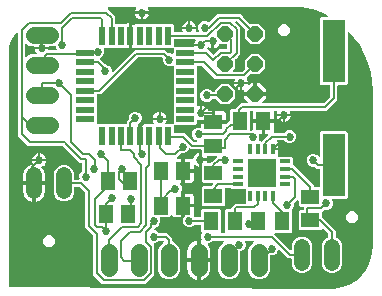
<source format=gbr>
G04 EAGLE Gerber RS-274X export*
G75*
%MOMM*%
%FSLAX34Y34*%
%LPD*%
%INTop Copper*%
%IPPOS*%
%AMOC8*
5,1,8,0,0,1.08239X$1,22.5*%
G01*
%ADD10R,0.550000X1.600000*%
%ADD11R,1.600000X0.550000*%
%ADD12R,0.304800X0.965200*%
%ADD13R,0.965200X0.304800*%
%ADD14R,2.438400X2.438400*%
%ADD15R,1.600000X1.300000*%
%ADD16R,1.300000X1.600000*%
%ADD17C,1.320800*%
%ADD18C,1.422400*%
%ADD19R,1.930400X5.334000*%
%ADD20R,1.300000X1.500000*%
%ADD21P,1.415766X8X292.500000*%
%ADD22C,0.203200*%
%ADD23C,0.685800*%
%ADD24C,0.203200*%

G36*
X276696Y957D02*
X276696Y957D01*
X276746Y956D01*
X281249Y1392D01*
X281272Y1398D01*
X281395Y1420D01*
X290079Y4041D01*
X290093Y4048D01*
X290109Y4051D01*
X290260Y4123D01*
X296024Y7702D01*
X296043Y7718D01*
X296079Y7739D01*
X297217Y8591D01*
X297240Y8615D01*
X297299Y8662D01*
X301099Y12462D01*
X301119Y12489D01*
X301171Y12544D01*
X304391Y16847D01*
X304406Y16876D01*
X304450Y16938D01*
X307026Y21655D01*
X307036Y21686D01*
X307071Y21754D01*
X308949Y26790D01*
X308955Y26822D01*
X308980Y26894D01*
X310122Y32145D01*
X310124Y32178D01*
X310137Y32253D01*
X310521Y37614D01*
X310519Y37634D01*
X310523Y37668D01*
X310523Y168896D01*
X310520Y168912D01*
X310522Y168938D01*
X310075Y176899D01*
X310068Y176928D01*
X310065Y176984D01*
X308729Y184845D01*
X308720Y184873D01*
X308710Y184929D01*
X306503Y192591D01*
X306490Y192617D01*
X306475Y192671D01*
X303423Y200038D01*
X303408Y200063D01*
X303386Y200115D01*
X299529Y207094D01*
X299511Y207116D01*
X299484Y207166D01*
X294870Y213669D01*
X294849Y213690D01*
X294816Y213736D01*
X290514Y218551D01*
X290441Y218609D01*
X290374Y218673D01*
X290346Y218686D01*
X290322Y218705D01*
X290235Y218737D01*
X290151Y218776D01*
X290120Y218780D01*
X290092Y218790D01*
X289999Y218793D01*
X289907Y218804D01*
X289876Y218797D01*
X289846Y218798D01*
X289757Y218771D01*
X289666Y218751D01*
X289640Y218735D01*
X289610Y218727D01*
X289535Y218673D01*
X289455Y218625D01*
X289435Y218602D01*
X289410Y218584D01*
X289356Y218509D01*
X289295Y218438D01*
X289284Y218410D01*
X289266Y218385D01*
X289238Y218296D01*
X289203Y218210D01*
X289199Y218171D01*
X289192Y218150D01*
X289193Y218117D01*
X289185Y218043D01*
X289185Y174648D01*
X287994Y173457D01*
X281310Y173457D01*
X281290Y173454D01*
X281271Y173456D01*
X281169Y173434D01*
X281067Y173418D01*
X281050Y173408D01*
X281030Y173404D01*
X280941Y173351D01*
X280850Y173302D01*
X280836Y173288D01*
X280819Y173278D01*
X280752Y173199D01*
X280680Y173124D01*
X280672Y173106D01*
X280659Y173091D01*
X280620Y172995D01*
X280577Y172901D01*
X280575Y172881D01*
X280567Y172863D01*
X280549Y172696D01*
X280549Y161237D01*
X271263Y151951D01*
X241181Y151951D01*
X241136Y151944D01*
X241090Y151946D01*
X241015Y151924D01*
X240938Y151912D01*
X240898Y151890D01*
X240853Y151877D01*
X240789Y151833D01*
X240721Y151796D01*
X240689Y151763D01*
X240651Y151737D01*
X240605Y151674D01*
X240551Y151618D01*
X240532Y151576D01*
X240505Y151540D01*
X240481Y151466D01*
X240448Y151395D01*
X240443Y151349D01*
X240428Y151306D01*
X240429Y151228D01*
X240421Y151151D01*
X240430Y151106D01*
X240431Y151060D01*
X240469Y150929D01*
X240473Y150910D01*
X240475Y150906D01*
X240478Y150899D01*
X240740Y150264D01*
X240897Y149475D01*
X235191Y149475D01*
X235171Y149472D01*
X235151Y149474D01*
X235050Y149452D01*
X235016Y149446D01*
X235014Y149447D01*
X234995Y149449D01*
X234976Y149456D01*
X234809Y149475D01*
X229103Y149475D01*
X229260Y150264D01*
X229522Y150899D01*
X229533Y150943D01*
X229552Y150985D01*
X229561Y151062D01*
X229579Y151138D01*
X229574Y151184D01*
X229579Y151229D01*
X229563Y151306D01*
X229556Y151383D01*
X229537Y151425D01*
X229527Y151470D01*
X229487Y151537D01*
X229456Y151608D01*
X229425Y151642D01*
X229401Y151681D01*
X229342Y151732D01*
X229289Y151789D01*
X229249Y151811D01*
X229214Y151841D01*
X229142Y151870D01*
X229074Y151907D01*
X229029Y151916D01*
X228986Y151933D01*
X228850Y151948D01*
X228832Y151951D01*
X228827Y151950D01*
X228819Y151951D01*
X227602Y151951D01*
X227582Y151948D01*
X227563Y151950D01*
X227461Y151928D01*
X227359Y151912D01*
X227342Y151902D01*
X227322Y151898D01*
X227233Y151845D01*
X227142Y151796D01*
X227128Y151782D01*
X227111Y151772D01*
X227044Y151693D01*
X226972Y151618D01*
X226964Y151600D01*
X226951Y151585D01*
X226912Y151489D01*
X226869Y151395D01*
X226867Y151375D01*
X226859Y151357D01*
X226841Y151190D01*
X226841Y144423D01*
X218562Y144423D01*
X218542Y144420D01*
X218523Y144422D01*
X218421Y144400D01*
X218319Y144383D01*
X218302Y144374D01*
X218282Y144370D01*
X218193Y144317D01*
X218102Y144268D01*
X218088Y144254D01*
X218071Y144244D01*
X218004Y144165D01*
X217933Y144090D01*
X217924Y144072D01*
X217911Y144057D01*
X217872Y143961D01*
X217829Y143867D01*
X217827Y143847D01*
X217819Y143829D01*
X217801Y143662D01*
X217801Y142899D01*
X217799Y142899D01*
X217799Y143662D01*
X217796Y143682D01*
X217798Y143701D01*
X217776Y143803D01*
X217759Y143905D01*
X217750Y143922D01*
X217746Y143942D01*
X217693Y144031D01*
X217644Y144122D01*
X217630Y144136D01*
X217620Y144153D01*
X217541Y144220D01*
X217466Y144291D01*
X217448Y144300D01*
X217433Y144313D01*
X217337Y144352D01*
X217243Y144395D01*
X217223Y144397D01*
X217205Y144405D01*
X217038Y144423D01*
X208759Y144423D01*
X208759Y151190D01*
X208756Y151210D01*
X208758Y151229D01*
X208736Y151331D01*
X208720Y151433D01*
X208710Y151450D01*
X208706Y151470D01*
X208653Y151559D01*
X208604Y151650D01*
X208590Y151664D01*
X208580Y151681D01*
X208501Y151748D01*
X208426Y151820D01*
X208408Y151828D01*
X208393Y151841D01*
X208297Y151880D01*
X208203Y151923D01*
X208183Y151925D01*
X208165Y151933D01*
X207998Y151951D01*
X207094Y151951D01*
X207074Y151948D01*
X207055Y151950D01*
X206953Y151928D01*
X206851Y151912D01*
X206834Y151902D01*
X206814Y151898D01*
X206725Y151845D01*
X206634Y151796D01*
X206620Y151782D01*
X206603Y151772D01*
X206536Y151693D01*
X206464Y151618D01*
X206456Y151600D01*
X206443Y151585D01*
X206404Y151489D01*
X206361Y151395D01*
X206359Y151375D01*
X206351Y151357D01*
X206333Y151190D01*
X206333Y135662D01*
X206334Y135655D01*
X206334Y135651D01*
X206336Y135642D01*
X206334Y135623D01*
X206356Y135521D01*
X206372Y135419D01*
X206382Y135402D01*
X206386Y135382D01*
X206439Y135293D01*
X206488Y135202D01*
X206502Y135188D01*
X206512Y135171D01*
X206591Y135104D01*
X206666Y135032D01*
X206684Y135024D01*
X206699Y135011D01*
X206795Y134972D01*
X206889Y134929D01*
X206909Y134927D01*
X206927Y134919D01*
X207094Y134901D01*
X207503Y134901D01*
X207568Y134911D01*
X207633Y134912D01*
X207713Y134935D01*
X207746Y134940D01*
X207763Y134950D01*
X207794Y134959D01*
X207865Y134988D01*
X207998Y134988D01*
X208018Y134991D01*
X208037Y134989D01*
X208139Y135011D01*
X208241Y135027D01*
X208258Y135037D01*
X208278Y135041D01*
X208367Y135094D01*
X208458Y135143D01*
X208472Y135157D01*
X208489Y135167D01*
X208556Y135246D01*
X208628Y135321D01*
X208636Y135339D01*
X208649Y135354D01*
X208688Y135450D01*
X208731Y135544D01*
X208733Y135564D01*
X208741Y135582D01*
X208759Y135749D01*
X208759Y141377D01*
X216277Y141377D01*
X216277Y132359D01*
X214828Y132359D01*
X214783Y132352D01*
X214737Y132354D01*
X214662Y132332D01*
X214586Y132320D01*
X214545Y132298D01*
X214501Y132285D01*
X214437Y132241D01*
X214368Y132204D01*
X214337Y132171D01*
X214299Y132145D01*
X214253Y132082D01*
X214199Y132026D01*
X214180Y131984D01*
X214152Y131948D01*
X214128Y131874D01*
X214095Y131803D01*
X214090Y131757D01*
X214076Y131714D01*
X214077Y131636D01*
X214068Y131559D01*
X214078Y131514D01*
X214078Y131468D01*
X214117Y131336D01*
X214120Y131318D01*
X214123Y131314D01*
X214125Y131307D01*
X214413Y130612D01*
X214413Y128440D01*
X213879Y127150D01*
X213868Y127106D01*
X213849Y127064D01*
X213840Y126987D01*
X213823Y126911D01*
X213827Y126865D01*
X213822Y126820D01*
X213838Y126743D01*
X213846Y126666D01*
X213864Y126624D01*
X213874Y126579D01*
X213914Y126512D01*
X213946Y126441D01*
X213977Y126407D01*
X214000Y126368D01*
X214059Y126317D01*
X214112Y126260D01*
X214152Y126238D01*
X214187Y126208D01*
X214259Y126179D01*
X214328Y126142D01*
X214373Y126133D01*
X214415Y126116D01*
X214551Y126101D01*
X214570Y126098D01*
X214575Y126099D01*
X214582Y126098D01*
X215416Y126098D01*
X215563Y125951D01*
X215579Y125939D01*
X215591Y125924D01*
X215679Y125868D01*
X215763Y125807D01*
X215782Y125802D01*
X215798Y125791D01*
X215899Y125765D01*
X215998Y125735D01*
X216018Y125736D01*
X216037Y125731D01*
X216140Y125739D01*
X216243Y125741D01*
X216262Y125748D01*
X216282Y125750D01*
X216377Y125790D01*
X216474Y125826D01*
X216490Y125838D01*
X216508Y125846D01*
X216639Y125951D01*
X218510Y127822D01*
X221748Y131060D01*
X221790Y131118D01*
X221839Y131170D01*
X221861Y131217D01*
X221892Y131259D01*
X221913Y131328D01*
X221943Y131393D01*
X221949Y131445D01*
X221964Y131495D01*
X221962Y131566D01*
X221970Y131637D01*
X221959Y131688D01*
X221958Y131740D01*
X221933Y131808D01*
X221918Y131878D01*
X221891Y131922D01*
X221873Y131971D01*
X221828Y132027D01*
X221792Y132089D01*
X221752Y132123D01*
X221720Y132163D01*
X221659Y132202D01*
X221605Y132249D01*
X221556Y132268D01*
X221513Y132296D01*
X221443Y132314D01*
X221377Y132341D01*
X221305Y132349D01*
X221274Y132357D01*
X221251Y132355D01*
X221210Y132359D01*
X219323Y132359D01*
X219323Y141377D01*
X226841Y141377D01*
X226841Y134566D01*
X226691Y134007D01*
X226679Y133888D01*
X226666Y133771D01*
X226667Y133766D01*
X226667Y133762D01*
X226693Y133647D01*
X226718Y133530D01*
X226721Y133527D01*
X226722Y133523D01*
X226783Y133422D01*
X226845Y133319D01*
X226848Y133316D01*
X226850Y133313D01*
X226941Y133236D01*
X227032Y133159D01*
X227035Y133158D01*
X227039Y133155D01*
X227149Y133112D01*
X227260Y133067D01*
X227265Y133067D01*
X227268Y133065D01*
X227281Y133065D01*
X227426Y133049D01*
X235009Y133049D01*
X235099Y133063D01*
X235190Y133071D01*
X235220Y133083D01*
X235252Y133088D01*
X235333Y133131D01*
X235417Y133167D01*
X235449Y133193D01*
X235469Y133204D01*
X235492Y133227D01*
X235548Y133272D01*
X236906Y134630D01*
X238914Y135462D01*
X241086Y135462D01*
X243094Y134630D01*
X244630Y133094D01*
X245462Y131086D01*
X245462Y128914D01*
X244630Y126906D01*
X243094Y125370D01*
X241086Y124538D01*
X238914Y124538D01*
X236906Y125370D01*
X235548Y126728D01*
X235474Y126781D01*
X235404Y126841D01*
X235374Y126853D01*
X235348Y126872D01*
X235261Y126899D01*
X235176Y126933D01*
X235135Y126937D01*
X235113Y126944D01*
X235081Y126943D01*
X235009Y126951D01*
X230119Y126951D01*
X230048Y126940D01*
X229976Y126938D01*
X229927Y126920D01*
X229876Y126912D01*
X229813Y126878D01*
X229745Y126853D01*
X229704Y126821D01*
X229659Y126796D01*
X229609Y126744D01*
X229553Y126700D01*
X229525Y126656D01*
X229489Y126618D01*
X229459Y126553D01*
X229420Y126493D01*
X229407Y126442D01*
X229386Y126395D01*
X229378Y126324D01*
X229360Y126254D01*
X229364Y126202D01*
X229358Y126151D01*
X229374Y126080D01*
X229379Y126009D01*
X229400Y125961D01*
X229411Y125910D01*
X229448Y125849D01*
X229476Y125783D01*
X229520Y125727D01*
X229537Y125699D01*
X229555Y125684D01*
X229580Y125652D01*
X229607Y125625D01*
X229942Y125046D01*
X230115Y124399D01*
X230115Y120000D01*
X226050Y120000D01*
X226031Y119997D01*
X226011Y119999D01*
X225910Y119977D01*
X225808Y119961D01*
X225790Y119951D01*
X225771Y119947D01*
X225681Y119894D01*
X225590Y119846D01*
X225577Y119831D01*
X225559Y119821D01*
X225492Y119742D01*
X225421Y119667D01*
X225412Y119649D01*
X225399Y119634D01*
X225361Y119538D01*
X225317Y119444D01*
X225315Y119424D01*
X225308Y119406D01*
X225289Y119239D01*
X225292Y119219D01*
X225290Y119200D01*
X225290Y119199D01*
X225312Y119098D01*
X225329Y118996D01*
X225338Y118979D01*
X225342Y118959D01*
X225396Y118870D01*
X225444Y118779D01*
X225458Y118765D01*
X225469Y118748D01*
X225547Y118681D01*
X225622Y118609D01*
X225640Y118601D01*
X225655Y118588D01*
X225752Y118549D01*
X225845Y118506D01*
X225865Y118504D01*
X225884Y118496D01*
X226050Y118478D01*
X230115Y118478D01*
X230115Y114079D01*
X229977Y113565D01*
X229965Y113446D01*
X229952Y113329D01*
X229953Y113324D01*
X229953Y113320D01*
X229979Y113204D01*
X230004Y113088D01*
X230007Y113085D01*
X230008Y113081D01*
X230070Y112979D01*
X230131Y112877D01*
X230134Y112874D01*
X230136Y112871D01*
X230227Y112794D01*
X230318Y112717D01*
X230321Y112716D01*
X230325Y112713D01*
X230435Y112670D01*
X230546Y112625D01*
X230551Y112625D01*
X230554Y112623D01*
X230567Y112623D01*
X230712Y112607D01*
X241907Y112607D01*
X243098Y111416D01*
X243098Y106470D01*
X243096Y106465D01*
X243098Y106404D01*
X243098Y106390D01*
X243090Y106321D01*
X243101Y106270D01*
X243102Y106219D01*
X243127Y106151D01*
X243142Y106080D01*
X243169Y106036D01*
X243186Y105988D01*
X243231Y105931D01*
X243268Y105869D01*
X243308Y105836D01*
X243340Y105795D01*
X243400Y105756D01*
X243455Y105709D01*
X243503Y105690D01*
X243546Y105662D01*
X243616Y105644D01*
X243684Y105617D01*
X243696Y105616D01*
X260649Y88663D01*
X260649Y88294D01*
X260652Y88274D01*
X260650Y88255D01*
X260672Y88153D01*
X260688Y88051D01*
X260698Y88034D01*
X260702Y88014D01*
X260755Y87925D01*
X260804Y87834D01*
X260818Y87820D01*
X260828Y87803D01*
X260907Y87736D01*
X260982Y87664D01*
X261000Y87656D01*
X261015Y87643D01*
X261111Y87604D01*
X261205Y87561D01*
X261225Y87559D01*
X261243Y87551D01*
X261410Y87533D01*
X265054Y87533D01*
X265074Y87536D01*
X265093Y87534D01*
X265195Y87556D01*
X265297Y87572D01*
X265314Y87582D01*
X265334Y87586D01*
X265423Y87639D01*
X265514Y87688D01*
X265528Y87702D01*
X265545Y87712D01*
X265612Y87791D01*
X265684Y87866D01*
X265692Y87884D01*
X265705Y87899D01*
X265744Y87995D01*
X265787Y88089D01*
X265789Y88109D01*
X265797Y88127D01*
X265815Y88294D01*
X265815Y101830D01*
X265812Y101850D01*
X265814Y101869D01*
X265792Y101971D01*
X265776Y102073D01*
X265766Y102090D01*
X265762Y102110D01*
X265709Y102199D01*
X265660Y102290D01*
X265646Y102304D01*
X265636Y102321D01*
X265557Y102388D01*
X265482Y102460D01*
X265464Y102468D01*
X265449Y102481D01*
X265353Y102520D01*
X265259Y102563D01*
X265239Y102565D01*
X265221Y102573D01*
X265054Y102591D01*
X263097Y102591D01*
X261373Y104315D01*
X261299Y104368D01*
X261230Y104428D01*
X261200Y104440D01*
X261173Y104459D01*
X261086Y104486D01*
X261002Y104520D01*
X260961Y104524D01*
X260938Y104531D01*
X260906Y104530D01*
X260835Y104538D01*
X258914Y104538D01*
X256906Y105370D01*
X255370Y106906D01*
X254538Y108914D01*
X254538Y111086D01*
X255370Y113094D01*
X256906Y114630D01*
X258914Y115462D01*
X261086Y115462D01*
X263094Y114630D01*
X264516Y113208D01*
X264574Y113166D01*
X264626Y113117D01*
X264673Y113095D01*
X264715Y113065D01*
X264784Y113044D01*
X264849Y113013D01*
X264901Y113008D01*
X264951Y112992D01*
X265022Y112994D01*
X265093Y112986D01*
X265144Y112997D01*
X265196Y112999D01*
X265264Y113023D01*
X265334Y113039D01*
X265379Y113065D01*
X265427Y113083D01*
X265483Y113128D01*
X265545Y113165D01*
X265579Y113204D01*
X265619Y113237D01*
X265658Y113297D01*
X265705Y113352D01*
X265724Y113400D01*
X265752Y113444D01*
X265770Y113513D01*
X265797Y113580D01*
X265805Y113651D01*
X265813Y113682D01*
X265811Y113706D01*
X265815Y113747D01*
X265815Y133152D01*
X267006Y134343D01*
X287994Y134343D01*
X289185Y133152D01*
X289185Y78128D01*
X287994Y76937D01*
X276692Y76937D01*
X276647Y76930D01*
X276601Y76932D01*
X276526Y76910D01*
X276449Y76898D01*
X276409Y76876D01*
X276365Y76863D01*
X276301Y76819D01*
X276232Y76782D01*
X276200Y76749D01*
X276163Y76723D01*
X276116Y76660D01*
X276062Y76604D01*
X276043Y76562D01*
X276016Y76526D01*
X275992Y76452D01*
X275959Y76381D01*
X275954Y76335D01*
X275940Y76292D01*
X275940Y76214D01*
X275932Y76137D01*
X275942Y76092D01*
X275942Y76046D01*
X275980Y75914D01*
X275984Y75896D01*
X275987Y75892D01*
X275989Y75885D01*
X276523Y74595D01*
X276523Y72423D01*
X275691Y70415D01*
X274155Y68879D01*
X272147Y68047D01*
X270085Y68047D01*
X269995Y68033D01*
X269904Y68025D01*
X269874Y68013D01*
X269842Y68008D01*
X269761Y67965D01*
X269677Y67929D01*
X269645Y67903D01*
X269625Y67892D01*
X269602Y67869D01*
X269546Y67824D01*
X268012Y66290D01*
X267934Y66248D01*
X267920Y66234D01*
X267903Y66224D01*
X267836Y66145D01*
X267764Y66070D01*
X267756Y66052D01*
X267743Y66037D01*
X267704Y65941D01*
X267661Y65847D01*
X267659Y65827D01*
X267651Y65809D01*
X267633Y65642D01*
X267633Y61994D01*
X267647Y61904D01*
X267655Y61813D01*
X267667Y61783D01*
X267672Y61751D01*
X267715Y61671D01*
X267751Y61587D01*
X267777Y61555D01*
X267788Y61534D01*
X267811Y61512D01*
X267856Y61456D01*
X278949Y50363D01*
X278949Y44998D01*
X278968Y44883D01*
X278985Y44767D01*
X278987Y44762D01*
X278988Y44755D01*
X279043Y44653D01*
X279096Y44548D01*
X279101Y44544D01*
X279104Y44538D01*
X279188Y44458D01*
X279272Y44376D01*
X279278Y44372D01*
X279282Y44369D01*
X279299Y44361D01*
X279419Y44295D01*
X280792Y43726D01*
X283222Y41296D01*
X284537Y38122D01*
X284537Y21478D01*
X283222Y18304D01*
X280792Y15874D01*
X277618Y14559D01*
X274182Y14559D01*
X271008Y15874D01*
X268578Y18304D01*
X267263Y21478D01*
X267263Y38122D01*
X268578Y41296D01*
X271008Y43726D01*
X272381Y44295D01*
X272481Y44356D01*
X272581Y44416D01*
X272585Y44421D01*
X272590Y44424D01*
X272665Y44514D01*
X272741Y44603D01*
X272743Y44609D01*
X272747Y44614D01*
X272789Y44722D01*
X272833Y44831D01*
X272834Y44839D01*
X272835Y44844D01*
X272836Y44862D01*
X272851Y44998D01*
X272851Y47522D01*
X272837Y47612D01*
X272829Y47703D01*
X272817Y47733D01*
X272812Y47765D01*
X272769Y47845D01*
X272733Y47929D01*
X272707Y47961D01*
X272696Y47982D01*
X272673Y48004D01*
X272628Y48060D01*
X268870Y51819D01*
X268854Y51830D01*
X268841Y51846D01*
X268754Y51902D01*
X268670Y51962D01*
X268651Y51968D01*
X268634Y51979D01*
X268534Y52004D01*
X268435Y52034D01*
X268415Y52034D01*
X268396Y52039D01*
X268293Y52031D01*
X268189Y52028D01*
X268170Y52021D01*
X268151Y52020D01*
X268056Y51979D01*
X267958Y51944D01*
X267943Y51931D01*
X267924Y51923D01*
X267793Y51819D01*
X266442Y50467D01*
X248758Y50467D01*
X247567Y51658D01*
X247567Y66342D01*
X248758Y67533D01*
X251190Y67533D01*
X251210Y67536D01*
X251229Y67534D01*
X251331Y67556D01*
X251433Y67572D01*
X251450Y67582D01*
X251470Y67586D01*
X251559Y67639D01*
X251650Y67688D01*
X251664Y67702D01*
X251681Y67712D01*
X251748Y67791D01*
X251820Y67866D01*
X251828Y67884D01*
X251841Y67899D01*
X251880Y67995D01*
X251923Y68089D01*
X251925Y68109D01*
X251933Y68127D01*
X251951Y68294D01*
X251951Y69706D01*
X251948Y69726D01*
X251950Y69745D01*
X251928Y69847D01*
X251912Y69949D01*
X251902Y69966D01*
X251898Y69986D01*
X251845Y70075D01*
X251796Y70166D01*
X251782Y70180D01*
X251772Y70197D01*
X251693Y70264D01*
X251618Y70336D01*
X251600Y70344D01*
X251585Y70357D01*
X251489Y70396D01*
X251395Y70439D01*
X251375Y70441D01*
X251357Y70449D01*
X251190Y70467D01*
X248758Y70467D01*
X247567Y71658D01*
X247567Y75417D01*
X247556Y75487D01*
X247554Y75559D01*
X247536Y75608D01*
X247528Y75660D01*
X247494Y75723D01*
X247469Y75790D01*
X247437Y75831D01*
X247412Y75877D01*
X247361Y75926D01*
X247316Y75982D01*
X247272Y76010D01*
X247234Y76046D01*
X247169Y76077D01*
X247109Y76115D01*
X247058Y76128D01*
X247011Y76150D01*
X246940Y76158D01*
X246870Y76175D01*
X246818Y76171D01*
X246767Y76177D01*
X246696Y76162D01*
X246625Y76156D01*
X246577Y76136D01*
X246526Y76125D01*
X246465Y76088D01*
X246399Y76060D01*
X246343Y76015D01*
X246315Y75999D01*
X246300Y75981D01*
X246268Y75955D01*
X246040Y75727D01*
X243685Y73373D01*
X243632Y73299D01*
X243573Y73229D01*
X243561Y73199D01*
X243542Y73173D01*
X243515Y73086D01*
X243481Y73001D01*
X243476Y72960D01*
X243469Y72938D01*
X243470Y72906D01*
X243462Y72834D01*
X243462Y70913D01*
X242631Y68906D01*
X241988Y68263D01*
X241977Y68247D01*
X241961Y68234D01*
X241905Y68147D01*
X241845Y68063D01*
X241839Y68044D01*
X241828Y68027D01*
X241803Y67927D01*
X241772Y67828D01*
X241773Y67808D01*
X241768Y67789D01*
X241776Y67686D01*
X241779Y67582D01*
X241786Y67564D01*
X241787Y67544D01*
X241828Y67449D01*
X241863Y67351D01*
X241876Y67336D01*
X241883Y67317D01*
X241988Y67186D01*
X242033Y67142D01*
X242033Y49458D01*
X240842Y48267D01*
X227882Y48267D01*
X227811Y48256D01*
X227740Y48254D01*
X227691Y48236D01*
X227639Y48228D01*
X227576Y48194D01*
X227509Y48169D01*
X227468Y48137D01*
X227422Y48112D01*
X227373Y48060D01*
X227317Y48016D01*
X227288Y47972D01*
X227253Y47934D01*
X227222Y47869D01*
X227184Y47809D01*
X227171Y47758D01*
X227149Y47711D01*
X227141Y47640D01*
X227124Y47570D01*
X227128Y47518D01*
X227122Y47467D01*
X227137Y47396D01*
X227143Y47325D01*
X227163Y47277D01*
X227174Y47226D01*
X227211Y47165D01*
X227239Y47099D01*
X227284Y47043D01*
X227300Y47015D01*
X227318Y47000D01*
X227344Y46968D01*
X228272Y46040D01*
X240564Y33748D01*
X240622Y33706D01*
X240674Y33657D01*
X240721Y33635D01*
X240763Y33604D01*
X240832Y33583D01*
X240897Y33553D01*
X240949Y33547D01*
X240999Y33532D01*
X241070Y33534D01*
X241141Y33526D01*
X241192Y33537D01*
X241244Y33538D01*
X241312Y33563D01*
X241382Y33578D01*
X241427Y33605D01*
X241475Y33623D01*
X241531Y33668D01*
X241593Y33704D01*
X241627Y33744D01*
X241667Y33776D01*
X241706Y33837D01*
X241753Y33891D01*
X241772Y33940D01*
X241800Y33983D01*
X241818Y34053D01*
X241845Y34119D01*
X241853Y34191D01*
X241861Y34222D01*
X241859Y34245D01*
X241863Y34286D01*
X241863Y38122D01*
X243178Y41296D01*
X245608Y43726D01*
X248782Y45041D01*
X252218Y45041D01*
X255392Y43726D01*
X257822Y41296D01*
X259137Y38122D01*
X259137Y21478D01*
X257822Y18304D01*
X255392Y15874D01*
X252218Y14559D01*
X248782Y14559D01*
X245608Y15874D01*
X243178Y18304D01*
X241863Y21478D01*
X241863Y25990D01*
X241860Y26010D01*
X241862Y26029D01*
X241840Y26131D01*
X241824Y26233D01*
X241814Y26250D01*
X241810Y26270D01*
X241757Y26359D01*
X241708Y26450D01*
X241694Y26464D01*
X241684Y26481D01*
X241605Y26548D01*
X241530Y26620D01*
X241512Y26628D01*
X241497Y26641D01*
X241401Y26680D01*
X241307Y26723D01*
X241287Y26725D01*
X241269Y26733D01*
X241102Y26751D01*
X238937Y26751D01*
X231699Y33989D01*
X231662Y34016D01*
X231631Y34050D01*
X231563Y34087D01*
X231499Y34133D01*
X231456Y34146D01*
X231415Y34169D01*
X231339Y34182D01*
X231264Y34205D01*
X231218Y34204D01*
X231173Y34212D01*
X231096Y34201D01*
X231018Y34199D01*
X230975Y34183D01*
X230930Y34176D01*
X230860Y34141D01*
X230787Y34114D01*
X230752Y34086D01*
X230711Y34065D01*
X230656Y34009D01*
X230595Y33961D01*
X230571Y33922D01*
X230538Y33889D01*
X230472Y33770D01*
X230462Y33754D01*
X230461Y33749D01*
X230457Y33742D01*
X229630Y31745D01*
X228094Y30209D01*
X226086Y29377D01*
X224165Y29377D01*
X224075Y29363D01*
X223984Y29355D01*
X223954Y29343D01*
X223922Y29338D01*
X223842Y29295D01*
X223758Y29259D01*
X223726Y29233D01*
X223705Y29222D01*
X223683Y29199D01*
X223627Y29154D01*
X223368Y28895D01*
X223326Y28837D01*
X223277Y28786D01*
X223269Y28768D01*
X223255Y28752D01*
X223243Y28722D01*
X223224Y28695D01*
X223202Y28624D01*
X223174Y28563D01*
X223172Y28545D01*
X223163Y28524D01*
X223159Y28483D01*
X223152Y28460D01*
X223153Y28428D01*
X223145Y28357D01*
X223145Y16469D01*
X221753Y13108D01*
X219180Y10535D01*
X215819Y9143D01*
X212181Y9143D01*
X208820Y10535D01*
X206247Y13108D01*
X204855Y16469D01*
X204855Y34331D01*
X206247Y37692D01*
X208820Y40265D01*
X209356Y40487D01*
X209439Y40538D01*
X209525Y40584D01*
X209543Y40603D01*
X209565Y40616D01*
X209627Y40691D01*
X209695Y40762D01*
X209706Y40786D01*
X209722Y40806D01*
X209757Y40896D01*
X209798Y40985D01*
X209801Y41011D01*
X209810Y41035D01*
X209815Y41133D01*
X209825Y41229D01*
X209820Y41255D01*
X209821Y41281D01*
X209794Y41375D01*
X209773Y41470D01*
X209760Y41492D01*
X209752Y41517D01*
X209697Y41597D01*
X209647Y41681D01*
X209627Y41698D01*
X209612Y41719D01*
X209534Y41777D01*
X209460Y41841D01*
X209436Y41851D01*
X209415Y41866D01*
X209322Y41896D01*
X209232Y41933D01*
X209199Y41936D01*
X209181Y41942D01*
X209148Y41942D01*
X209065Y41951D01*
X202975Y41951D01*
X202930Y41944D01*
X202884Y41946D01*
X202809Y41924D01*
X202732Y41912D01*
X202692Y41890D01*
X202648Y41877D01*
X202584Y41833D01*
X202515Y41796D01*
X202483Y41763D01*
X202446Y41737D01*
X202399Y41674D01*
X202345Y41618D01*
X202326Y41576D01*
X202299Y41540D01*
X202275Y41466D01*
X202242Y41395D01*
X202237Y41349D01*
X202223Y41306D01*
X202223Y41228D01*
X202215Y41151D01*
X202225Y41106D01*
X202225Y41060D01*
X202263Y40928D01*
X202267Y40910D01*
X202270Y40906D01*
X202272Y40899D01*
X202825Y39564D01*
X202825Y37391D01*
X201993Y35383D01*
X200457Y33847D01*
X198425Y33005D01*
X198365Y32992D01*
X198263Y32976D01*
X198246Y32966D01*
X198226Y32962D01*
X198137Y32909D01*
X198046Y32861D01*
X198032Y32846D01*
X198015Y32836D01*
X197948Y32757D01*
X197876Y32682D01*
X197868Y32664D01*
X197855Y32649D01*
X197816Y32553D01*
X197773Y32459D01*
X197771Y32439D01*
X197763Y32421D01*
X197745Y32254D01*
X197745Y16469D01*
X196353Y13108D01*
X193780Y10535D01*
X190419Y9143D01*
X186781Y9143D01*
X183420Y10535D01*
X180847Y13108D01*
X179455Y16469D01*
X179455Y34331D01*
X180847Y37692D01*
X183420Y40265D01*
X183956Y40487D01*
X184039Y40538D01*
X184125Y40584D01*
X184143Y40603D01*
X184165Y40616D01*
X184227Y40691D01*
X184295Y40762D01*
X184306Y40786D01*
X184322Y40806D01*
X184357Y40896D01*
X184398Y40985D01*
X184401Y41011D01*
X184410Y41035D01*
X184415Y41133D01*
X184425Y41229D01*
X184420Y41255D01*
X184421Y41281D01*
X184394Y41375D01*
X184373Y41470D01*
X184360Y41492D01*
X184352Y41517D01*
X184297Y41597D01*
X184247Y41681D01*
X184227Y41698D01*
X184212Y41719D01*
X184134Y41777D01*
X184060Y41841D01*
X184036Y41851D01*
X184015Y41866D01*
X183922Y41896D01*
X183832Y41933D01*
X183799Y41936D01*
X183781Y41942D01*
X183748Y41942D01*
X183665Y41951D01*
X175520Y41951D01*
X175430Y41937D01*
X175339Y41929D01*
X175309Y41917D01*
X175277Y41912D01*
X175196Y41869D01*
X175112Y41833D01*
X175080Y41807D01*
X175060Y41796D01*
X175037Y41773D01*
X174981Y41728D01*
X173623Y40370D01*
X171615Y39538D01*
X171521Y39538D01*
X171509Y39536D01*
X171497Y39538D01*
X171387Y39516D01*
X171278Y39499D01*
X171267Y39493D01*
X171256Y39491D01*
X171158Y39435D01*
X171060Y39383D01*
X171052Y39375D01*
X171042Y39369D01*
X170968Y39286D01*
X170891Y39205D01*
X170886Y39194D01*
X170878Y39185D01*
X170834Y39083D01*
X170787Y38982D01*
X170786Y38970D01*
X170781Y38959D01*
X170773Y38848D01*
X170760Y38738D01*
X170763Y38726D01*
X170762Y38714D01*
X170789Y38606D01*
X170813Y38497D01*
X170819Y38487D01*
X170822Y38475D01*
X170905Y38330D01*
X171456Y37571D01*
X172146Y36217D01*
X172615Y34772D01*
X172853Y33272D01*
X172853Y26923D01*
X164723Y26923D01*
X164723Y42065D01*
X164727Y42065D01*
X164788Y42063D01*
X164806Y42068D01*
X164824Y42068D01*
X164898Y42093D01*
X164938Y42100D01*
X164965Y42114D01*
X165024Y42131D01*
X165039Y42142D01*
X165056Y42148D01*
X165119Y42196D01*
X165156Y42215D01*
X165177Y42238D01*
X165226Y42272D01*
X165237Y42286D01*
X165252Y42297D01*
X165295Y42361D01*
X165325Y42394D01*
X165339Y42423D01*
X165373Y42469D01*
X165379Y42486D01*
X165389Y42502D01*
X165408Y42573D01*
X165429Y42617D01*
X165433Y42652D01*
X165449Y42703D01*
X165449Y42721D01*
X165454Y42739D01*
X165450Y42808D01*
X165456Y42861D01*
X165447Y42900D01*
X165447Y42949D01*
X165441Y42970D01*
X165440Y42984D01*
X165428Y43014D01*
X165406Y43088D01*
X165404Y43101D01*
X165402Y43104D01*
X165400Y43110D01*
X165067Y43914D01*
X165067Y46086D01*
X165919Y48142D01*
X165945Y48256D01*
X165974Y48369D01*
X165973Y48375D01*
X165975Y48381D01*
X165964Y48498D01*
X165955Y48614D01*
X165952Y48620D01*
X165952Y48626D01*
X165904Y48734D01*
X165858Y48841D01*
X165854Y48846D01*
X165852Y48851D01*
X165839Y48865D01*
X165754Y48972D01*
X165067Y49658D01*
X165067Y54690D01*
X165064Y54710D01*
X165066Y54729D01*
X165044Y54831D01*
X165028Y54933D01*
X165018Y54950D01*
X165014Y54970D01*
X164961Y55059D01*
X164912Y55150D01*
X164898Y55164D01*
X164888Y55181D01*
X164809Y55248D01*
X164734Y55320D01*
X164716Y55328D01*
X164701Y55341D01*
X164605Y55380D01*
X164511Y55423D01*
X164491Y55425D01*
X164473Y55433D01*
X164306Y55451D01*
X159952Y55451D01*
X159862Y55437D01*
X159771Y55429D01*
X159741Y55417D01*
X159709Y55412D01*
X159628Y55369D01*
X159544Y55333D01*
X159512Y55307D01*
X159492Y55296D01*
X159469Y55273D01*
X159413Y55228D01*
X158094Y53909D01*
X156086Y53077D01*
X153914Y53077D01*
X151906Y53909D01*
X150370Y55445D01*
X149538Y57453D01*
X149538Y59625D01*
X150370Y61633D01*
X151100Y62363D01*
X151153Y62437D01*
X151213Y62507D01*
X151225Y62537D01*
X151244Y62563D01*
X151271Y62650D01*
X151305Y62735D01*
X151309Y62776D01*
X151316Y62798D01*
X151315Y62830D01*
X151323Y62902D01*
X151323Y69977D01*
X158841Y69977D01*
X158841Y63666D01*
X158692Y63110D01*
X158685Y63042D01*
X158669Y62977D01*
X158673Y62921D01*
X158667Y62865D01*
X158682Y62799D01*
X158688Y62732D01*
X158710Y62680D01*
X158722Y62625D01*
X158758Y62567D01*
X158784Y62505D01*
X158833Y62443D01*
X158851Y62415D01*
X158867Y62402D01*
X158889Y62374D01*
X159491Y61772D01*
X159565Y61719D01*
X159635Y61659D01*
X159665Y61647D01*
X159691Y61628D01*
X159778Y61601D01*
X159863Y61567D01*
X159904Y61563D01*
X159926Y61556D01*
X159958Y61557D01*
X160030Y61549D01*
X164306Y61549D01*
X164326Y61552D01*
X164345Y61550D01*
X164447Y61572D01*
X164549Y61588D01*
X164566Y61598D01*
X164586Y61602D01*
X164675Y61655D01*
X164766Y61704D01*
X164780Y61718D01*
X164797Y61728D01*
X164864Y61807D01*
X164936Y61882D01*
X164944Y61900D01*
X164957Y61915D01*
X164996Y62011D01*
X165039Y62105D01*
X165041Y62125D01*
X165049Y62143D01*
X165067Y62310D01*
X165067Y67342D01*
X166258Y68533D01*
X180942Y68533D01*
X182133Y67342D01*
X182133Y49658D01*
X181823Y49348D01*
X181781Y49290D01*
X181732Y49238D01*
X181710Y49191D01*
X181679Y49149D01*
X181658Y49080D01*
X181628Y49015D01*
X181622Y48963D01*
X181607Y48913D01*
X181609Y48842D01*
X181601Y48771D01*
X181612Y48720D01*
X181613Y48668D01*
X181638Y48600D01*
X181653Y48530D01*
X181680Y48485D01*
X181698Y48437D01*
X181743Y48381D01*
X181779Y48319D01*
X181819Y48285D01*
X181852Y48245D01*
X181912Y48206D01*
X181966Y48159D01*
X182015Y48140D01*
X182059Y48112D01*
X182128Y48094D01*
X182195Y48067D01*
X182266Y48059D01*
X182297Y48051D01*
X182320Y48053D01*
X182361Y48049D01*
X184839Y48049D01*
X184909Y48060D01*
X184981Y48062D01*
X185030Y48080D01*
X185081Y48088D01*
X185145Y48122D01*
X185212Y48147D01*
X185253Y48179D01*
X185299Y48204D01*
X185348Y48256D01*
X185404Y48300D01*
X185432Y48344D01*
X185468Y48382D01*
X185498Y48447D01*
X185537Y48507D01*
X185550Y48558D01*
X185572Y48605D01*
X185580Y48676D01*
X185597Y48746D01*
X185593Y48798D01*
X185599Y48849D01*
X185584Y48920D01*
X185578Y48991D01*
X185558Y49039D01*
X185547Y49090D01*
X185510Y49151D01*
X185482Y49217D01*
X185437Y49273D01*
X185421Y49301D01*
X185403Y49316D01*
X185377Y49348D01*
X185067Y49658D01*
X185067Y67342D01*
X186258Y68533D01*
X189790Y68533D01*
X189810Y68536D01*
X189829Y68534D01*
X189931Y68556D01*
X190033Y68572D01*
X190050Y68582D01*
X190070Y68586D01*
X190159Y68639D01*
X190250Y68688D01*
X190264Y68702D01*
X190281Y68712D01*
X190348Y68791D01*
X190420Y68866D01*
X190428Y68884D01*
X190441Y68899D01*
X190480Y68995D01*
X190523Y69089D01*
X190525Y69109D01*
X190533Y69127D01*
X190551Y69294D01*
X190551Y69863D01*
X193737Y73049D01*
X202232Y73049D01*
X202252Y73052D01*
X202271Y73050D01*
X202373Y73072D01*
X202475Y73088D01*
X202492Y73098D01*
X202512Y73102D01*
X202601Y73155D01*
X202692Y73204D01*
X202706Y73218D01*
X202723Y73228D01*
X202790Y73307D01*
X202862Y73382D01*
X202870Y73400D01*
X202883Y73415D01*
X202922Y73511D01*
X202965Y73605D01*
X202967Y73625D01*
X202975Y73643D01*
X202993Y73810D01*
X202993Y85033D01*
X202979Y85123D01*
X202971Y85214D01*
X202959Y85243D01*
X202954Y85275D01*
X202911Y85356D01*
X202875Y85440D01*
X202849Y85472D01*
X202838Y85493D01*
X202815Y85515D01*
X202770Y85571D01*
X202571Y85770D01*
X202497Y85823D01*
X202428Y85883D01*
X202397Y85895D01*
X202371Y85914D01*
X202284Y85941D01*
X202199Y85975D01*
X202158Y85979D01*
X202136Y85986D01*
X202104Y85985D01*
X202033Y85993D01*
X190693Y85993D01*
X190408Y86278D01*
X190334Y86332D01*
X190265Y86391D01*
X190234Y86403D01*
X190208Y86422D01*
X190121Y86449D01*
X190036Y86483D01*
X189996Y86487D01*
X189973Y86494D01*
X189941Y86493D01*
X189870Y86501D01*
X186294Y86501D01*
X186274Y86498D01*
X186255Y86500D01*
X186153Y86478D01*
X186051Y86462D01*
X186034Y86452D01*
X186014Y86448D01*
X185925Y86395D01*
X185834Y86346D01*
X185820Y86332D01*
X185803Y86322D01*
X185736Y86243D01*
X185664Y86168D01*
X185656Y86150D01*
X185643Y86135D01*
X185604Y86039D01*
X185561Y85945D01*
X185559Y85925D01*
X185551Y85907D01*
X185533Y85740D01*
X185533Y71958D01*
X184342Y70767D01*
X166658Y70767D01*
X165467Y71958D01*
X165467Y86642D01*
X166658Y87833D01*
X173206Y87833D01*
X173296Y87847D01*
X173387Y87855D01*
X173417Y87867D01*
X173449Y87872D01*
X173529Y87915D01*
X173613Y87951D01*
X173645Y87977D01*
X173666Y87988D01*
X173688Y88011D01*
X173744Y88056D01*
X173960Y88272D01*
X175156Y89468D01*
X175198Y89526D01*
X175247Y89578D01*
X175269Y89625D01*
X175300Y89667D01*
X175321Y89736D01*
X175351Y89801D01*
X175357Y89853D01*
X175372Y89903D01*
X175370Y89974D01*
X175378Y90045D01*
X175367Y90096D01*
X175366Y90148D01*
X175341Y90216D01*
X175326Y90286D01*
X175299Y90331D01*
X175281Y90379D01*
X175236Y90435D01*
X175200Y90497D01*
X175160Y90531D01*
X175128Y90571D01*
X175067Y90610D01*
X175013Y90657D01*
X174964Y90676D01*
X174921Y90704D01*
X174851Y90722D01*
X174785Y90749D01*
X174713Y90757D01*
X174682Y90765D01*
X174659Y90763D01*
X174618Y90767D01*
X166658Y90767D01*
X165467Y91958D01*
X165467Y103781D01*
X165464Y103800D01*
X165466Y103820D01*
X165444Y103921D01*
X165440Y103945D01*
X165440Y109560D01*
X170386Y109560D01*
X170223Y108743D01*
X170220Y108648D01*
X170210Y108555D01*
X170216Y108526D01*
X170215Y108497D01*
X170242Y108406D01*
X170262Y108314D01*
X170277Y108289D01*
X170285Y108261D01*
X170340Y108184D01*
X170388Y108103D01*
X170410Y108084D01*
X170427Y108060D01*
X170503Y108005D01*
X170575Y107943D01*
X170602Y107932D01*
X170626Y107915D01*
X170715Y107887D01*
X170803Y107851D01*
X170840Y107847D01*
X170860Y107841D01*
X170893Y107841D01*
X170970Y107833D01*
X173206Y107833D01*
X173296Y107847D01*
X173387Y107855D01*
X173417Y107867D01*
X173449Y107872D01*
X173529Y107915D01*
X173613Y107951D01*
X173645Y107977D01*
X173666Y107988D01*
X173688Y108011D01*
X173744Y108056D01*
X174460Y108772D01*
X178256Y112568D01*
X178298Y112626D01*
X178347Y112678D01*
X178369Y112725D01*
X178400Y112767D01*
X178421Y112836D01*
X178451Y112901D01*
X178457Y112953D01*
X178472Y113003D01*
X178470Y113074D01*
X178478Y113145D01*
X178467Y113196D01*
X178466Y113248D01*
X178441Y113316D01*
X178426Y113386D01*
X178399Y113431D01*
X178381Y113479D01*
X178336Y113535D01*
X178300Y113597D01*
X178260Y113631D01*
X178228Y113671D01*
X178167Y113710D01*
X178113Y113757D01*
X178064Y113776D01*
X178021Y113804D01*
X177951Y113822D01*
X177885Y113849D01*
X177813Y113857D01*
X177782Y113865D01*
X177759Y113863D01*
X177718Y113867D01*
X170699Y113867D01*
X170654Y113860D01*
X170608Y113862D01*
X170533Y113840D01*
X170457Y113828D01*
X170416Y113806D01*
X170372Y113793D01*
X170308Y113749D01*
X170239Y113712D01*
X170208Y113679D01*
X170170Y113653D01*
X170123Y113590D01*
X170070Y113534D01*
X170051Y113493D01*
X170023Y113456D01*
X169999Y113381D01*
X169966Y113311D01*
X169961Y113265D01*
X169947Y113222D01*
X169948Y113144D01*
X169939Y113067D01*
X169949Y113022D01*
X169949Y112976D01*
X169987Y112845D01*
X169991Y112826D01*
X169994Y112822D01*
X169996Y112815D01*
X170229Y112253D01*
X170386Y111463D01*
X165440Y111463D01*
X165440Y117048D01*
X165441Y117057D01*
X165449Y117076D01*
X165467Y117242D01*
X165467Y118590D01*
X165464Y118610D01*
X165466Y118629D01*
X165444Y118731D01*
X165428Y118833D01*
X165418Y118850D01*
X165414Y118870D01*
X165361Y118959D01*
X165312Y119050D01*
X165298Y119064D01*
X165288Y119081D01*
X165209Y119148D01*
X165134Y119220D01*
X165116Y119228D01*
X165101Y119241D01*
X165005Y119280D01*
X164911Y119323D01*
X164891Y119325D01*
X164873Y119333D01*
X164706Y119351D01*
X156337Y119351D01*
X155769Y119919D01*
X155732Y119946D01*
X155701Y119980D01*
X155632Y120018D01*
X155569Y120063D01*
X155525Y120076D01*
X155485Y120099D01*
X155409Y120112D01*
X155334Y120135D01*
X155288Y120134D01*
X155243Y120142D01*
X155166Y120131D01*
X155088Y120129D01*
X155045Y120113D01*
X155000Y120107D01*
X154930Y120071D01*
X154857Y120045D01*
X154821Y120016D01*
X154781Y119995D01*
X154726Y119939D01*
X154665Y119891D01*
X154640Y119852D01*
X154608Y119819D01*
X154542Y119700D01*
X154532Y119684D01*
X154531Y119679D01*
X154527Y119672D01*
X153993Y118383D01*
X152457Y116847D01*
X150450Y116015D01*
X148528Y116015D01*
X148438Y116001D01*
X148347Y115993D01*
X148318Y115981D01*
X148286Y115976D01*
X148205Y115933D01*
X148121Y115897D01*
X148089Y115871D01*
X148068Y115860D01*
X148046Y115837D01*
X147990Y115792D01*
X144638Y112440D01*
X144596Y112382D01*
X144547Y112330D01*
X144525Y112283D01*
X144494Y112241D01*
X144473Y112172D01*
X144443Y112107D01*
X144437Y112055D01*
X144422Y112005D01*
X144424Y111934D01*
X144416Y111863D01*
X144427Y111812D01*
X144428Y111760D01*
X144453Y111692D01*
X144468Y111622D01*
X144495Y111577D01*
X144513Y111529D01*
X144558Y111473D01*
X144594Y111411D01*
X144634Y111377D01*
X144667Y111337D01*
X144727Y111298D01*
X144781Y111251D01*
X144830Y111232D01*
X144873Y111204D01*
X144943Y111186D01*
X145010Y111159D01*
X145081Y111151D01*
X145112Y111143D01*
X145135Y111145D01*
X145176Y111141D01*
X148277Y111141D01*
X148277Y101862D01*
X148280Y101842D01*
X148278Y101823D01*
X148300Y101721D01*
X148317Y101619D01*
X148326Y101602D01*
X148330Y101582D01*
X148383Y101493D01*
X148432Y101402D01*
X148446Y101388D01*
X148456Y101371D01*
X148535Y101304D01*
X148610Y101233D01*
X148628Y101224D01*
X148643Y101211D01*
X148739Y101172D01*
X148833Y101129D01*
X148853Y101127D01*
X148871Y101119D01*
X149038Y101101D01*
X149801Y101101D01*
X149801Y101099D01*
X149038Y101099D01*
X149018Y101096D01*
X148999Y101098D01*
X148897Y101076D01*
X148795Y101059D01*
X148778Y101050D01*
X148758Y101046D01*
X148669Y100993D01*
X148578Y100944D01*
X148564Y100930D01*
X148547Y100920D01*
X148480Y100841D01*
X148409Y100766D01*
X148400Y100748D01*
X148387Y100733D01*
X148348Y100637D01*
X148305Y100543D01*
X148303Y100523D01*
X148295Y100505D01*
X148277Y100338D01*
X148277Y91059D01*
X147763Y91059D01*
X147693Y91048D01*
X147621Y91046D01*
X147572Y91028D01*
X147521Y91020D01*
X147457Y90986D01*
X147390Y90961D01*
X147349Y90929D01*
X147303Y90904D01*
X147254Y90852D01*
X147198Y90808D01*
X147170Y90764D01*
X147134Y90726D01*
X147104Y90661D01*
X147065Y90601D01*
X147052Y90550D01*
X147030Y90503D01*
X147022Y90432D01*
X147005Y90362D01*
X147009Y90310D01*
X147003Y90259D01*
X147018Y90188D01*
X147024Y90117D01*
X147044Y90069D01*
X147055Y90018D01*
X147092Y89957D01*
X147120Y89891D01*
X147165Y89835D01*
X147182Y89807D01*
X147199Y89792D01*
X147225Y89760D01*
X148044Y88940D01*
X148876Y86933D01*
X148876Y84760D01*
X148011Y82672D01*
X147989Y82641D01*
X147967Y82572D01*
X147937Y82507D01*
X147931Y82456D01*
X147916Y82406D01*
X147918Y82334D01*
X147910Y82263D01*
X147921Y82212D01*
X147922Y82160D01*
X147947Y82093D01*
X147962Y82022D01*
X147989Y81978D01*
X148007Y81929D01*
X148052Y81873D01*
X148088Y81811D01*
X148128Y81777D01*
X148160Y81737D01*
X148221Y81698D01*
X148275Y81651D01*
X148277Y81651D01*
X148277Y72262D01*
X148280Y72242D01*
X148278Y72223D01*
X148300Y72121D01*
X148317Y72019D01*
X148326Y72002D01*
X148330Y71982D01*
X148383Y71893D01*
X148432Y71802D01*
X148446Y71788D01*
X148456Y71771D01*
X148535Y71704D01*
X148610Y71633D01*
X148628Y71624D01*
X148643Y71611D01*
X148739Y71572D01*
X148833Y71529D01*
X148853Y71527D01*
X148871Y71519D01*
X149038Y71501D01*
X149801Y71501D01*
X149801Y71499D01*
X149038Y71499D01*
X149018Y71496D01*
X148999Y71498D01*
X148897Y71476D01*
X148795Y71459D01*
X148778Y71450D01*
X148758Y71446D01*
X148669Y71393D01*
X148578Y71344D01*
X148564Y71330D01*
X148547Y71320D01*
X148480Y71241D01*
X148409Y71166D01*
X148400Y71148D01*
X148387Y71133D01*
X148348Y71037D01*
X148305Y70943D01*
X148303Y70923D01*
X148295Y70905D01*
X148277Y70738D01*
X148277Y61459D01*
X142966Y61459D01*
X142319Y61632D01*
X141740Y61967D01*
X141267Y62440D01*
X140932Y63019D01*
X140829Y63404D01*
X140819Y63426D01*
X140815Y63450D01*
X140769Y63538D01*
X140728Y63628D01*
X140712Y63646D01*
X140700Y63667D01*
X140629Y63736D01*
X140561Y63809D01*
X140540Y63820D01*
X140522Y63837D01*
X140432Y63879D01*
X140345Y63926D01*
X140321Y63930D01*
X140299Y63940D01*
X140200Y63951D01*
X140102Y63968D01*
X140078Y63965D01*
X140055Y63967D01*
X139958Y63946D01*
X139859Y63931D01*
X139838Y63920D01*
X139814Y63915D01*
X139729Y63864D01*
X139640Y63819D01*
X139624Y63801D01*
X139603Y63789D01*
X139538Y63713D01*
X139469Y63642D01*
X139459Y63620D01*
X139443Y63602D01*
X139406Y63510D01*
X139363Y63420D01*
X139360Y63396D01*
X139351Y63374D01*
X139333Y63207D01*
X139333Y63158D01*
X138142Y61967D01*
X130665Y61967D01*
X130620Y61960D01*
X130574Y61962D01*
X130499Y61940D01*
X130423Y61928D01*
X130382Y61906D01*
X130338Y61893D01*
X130274Y61849D01*
X130205Y61812D01*
X130174Y61779D01*
X130136Y61753D01*
X130089Y61690D01*
X130036Y61634D01*
X130017Y61592D01*
X129989Y61556D01*
X129965Y61482D01*
X129932Y61411D01*
X129927Y61365D01*
X129913Y61322D01*
X129914Y61244D01*
X129905Y61167D01*
X129915Y61122D01*
X129915Y61076D01*
X129953Y60944D01*
X129957Y60926D01*
X129960Y60922D01*
X129962Y60915D01*
X130548Y59501D01*
X130548Y57328D01*
X129716Y55320D01*
X128180Y53784D01*
X126192Y52960D01*
X126092Y52898D01*
X125992Y52839D01*
X125988Y52834D01*
X125983Y52831D01*
X125908Y52740D01*
X125832Y52652D01*
X125830Y52646D01*
X125826Y52641D01*
X125784Y52533D01*
X125740Y52424D01*
X125739Y52416D01*
X125738Y52412D01*
X125737Y52393D01*
X125722Y52257D01*
X125722Y52175D01*
X125308Y51761D01*
X125266Y51703D01*
X125217Y51651D01*
X125195Y51604D01*
X125165Y51562D01*
X125144Y51493D01*
X125114Y51428D01*
X125108Y51376D01*
X125092Y51326D01*
X125094Y51255D01*
X125086Y51184D01*
X125098Y51133D01*
X125099Y51081D01*
X125123Y51013D01*
X125139Y50943D01*
X125165Y50898D01*
X125183Y50850D01*
X125228Y50794D01*
X125265Y50732D01*
X125304Y50698D01*
X125337Y50658D01*
X125397Y50619D01*
X125452Y50572D01*
X125500Y50553D01*
X125544Y50525D01*
X125613Y50507D01*
X125680Y50480D01*
X125751Y50472D01*
X125782Y50464D01*
X125806Y50466D01*
X125847Y50462D01*
X126086Y50462D01*
X128094Y49630D01*
X129452Y48272D01*
X129526Y48219D01*
X129596Y48159D01*
X129626Y48147D01*
X129652Y48128D01*
X129739Y48101D01*
X129824Y48067D01*
X129865Y48063D01*
X129887Y48056D01*
X129919Y48057D01*
X129991Y48049D01*
X136263Y48049D01*
X140849Y43463D01*
X140849Y41656D01*
X140868Y41541D01*
X140885Y41425D01*
X140887Y41419D01*
X140888Y41413D01*
X140943Y41311D01*
X140996Y41206D01*
X141001Y41201D01*
X141004Y41196D01*
X141088Y41116D01*
X141172Y41034D01*
X141178Y41030D01*
X141182Y41027D01*
X141199Y41019D01*
X141319Y40953D01*
X142980Y40265D01*
X145553Y37692D01*
X146945Y34331D01*
X146945Y16469D01*
X145553Y13108D01*
X142980Y10535D01*
X139619Y9143D01*
X135981Y9143D01*
X132620Y10535D01*
X130047Y13108D01*
X128655Y16469D01*
X128655Y34331D01*
X130047Y37692D01*
X132620Y40265D01*
X133156Y40487D01*
X133239Y40538D01*
X133325Y40584D01*
X133343Y40603D01*
X133365Y40616D01*
X133427Y40691D01*
X133495Y40762D01*
X133506Y40786D01*
X133522Y40806D01*
X133557Y40896D01*
X133598Y40985D01*
X133601Y41011D01*
X133610Y41035D01*
X133615Y41133D01*
X133625Y41229D01*
X133620Y41255D01*
X133621Y41281D01*
X133594Y41375D01*
X133573Y41470D01*
X133560Y41492D01*
X133552Y41517D01*
X133497Y41597D01*
X133447Y41681D01*
X133427Y41698D01*
X133412Y41719D01*
X133334Y41777D01*
X133260Y41841D01*
X133236Y41851D01*
X133215Y41866D01*
X133122Y41896D01*
X133032Y41933D01*
X132999Y41936D01*
X132981Y41942D01*
X132948Y41942D01*
X132865Y41951D01*
X129991Y41951D01*
X129901Y41937D01*
X129810Y41929D01*
X129780Y41917D01*
X129748Y41912D01*
X129667Y41869D01*
X129583Y41833D01*
X129551Y41807D01*
X129531Y41796D01*
X129508Y41773D01*
X129452Y41728D01*
X128094Y40370D01*
X126086Y39538D01*
X125892Y39538D01*
X125821Y39527D01*
X125749Y39525D01*
X125700Y39507D01*
X125649Y39499D01*
X125585Y39465D01*
X125518Y39440D01*
X125477Y39408D01*
X125431Y39383D01*
X125382Y39331D01*
X125326Y39287D01*
X125298Y39243D01*
X125262Y39205D01*
X125232Y39140D01*
X125193Y39080D01*
X125180Y39029D01*
X125158Y38982D01*
X125151Y38911D01*
X125133Y38841D01*
X125137Y38789D01*
X125131Y38738D01*
X125147Y38667D01*
X125152Y38596D01*
X125173Y38548D01*
X125184Y38497D01*
X125220Y38436D01*
X125248Y38370D01*
X125293Y38314D01*
X125310Y38286D01*
X125327Y38271D01*
X125353Y38239D01*
X125609Y37983D01*
X125609Y12817D01*
X117871Y5079D01*
X81529Y5079D01*
X73791Y12817D01*
X73791Y46123D01*
X73777Y46213D01*
X73769Y46304D01*
X73757Y46334D01*
X73752Y46366D01*
X73709Y46446D01*
X73673Y46530D01*
X73647Y46562D01*
X73636Y46583D01*
X73613Y46605D01*
X73568Y46661D01*
X67218Y53012D01*
X67218Y82233D01*
X67203Y82324D01*
X67196Y82414D01*
X67183Y82444D01*
X67178Y82476D01*
X67135Y82557D01*
X67099Y82641D01*
X67074Y82673D01*
X67063Y82694D01*
X67040Y82716D01*
X66995Y82772D01*
X62610Y87156D01*
X62536Y87209D01*
X62467Y87269D01*
X62437Y87281D01*
X62410Y87300D01*
X62323Y87326D01*
X62239Y87361D01*
X62198Y87365D01*
X62175Y87372D01*
X62143Y87371D01*
X62072Y87379D01*
X58366Y87379D01*
X58346Y87376D01*
X58327Y87378D01*
X58225Y87356D01*
X58123Y87339D01*
X58106Y87330D01*
X58086Y87326D01*
X57997Y87273D01*
X57906Y87224D01*
X57892Y87210D01*
X57875Y87200D01*
X57808Y87121D01*
X57737Y87046D01*
X57728Y87028D01*
X57715Y87013D01*
X57676Y86917D01*
X57633Y86823D01*
X57631Y86803D01*
X57623Y86785D01*
X57605Y86618D01*
X57605Y82106D01*
X56290Y78932D01*
X53860Y76502D01*
X50686Y75187D01*
X47250Y75187D01*
X44076Y76502D01*
X41646Y78932D01*
X40331Y82106D01*
X40331Y98750D01*
X41646Y101924D01*
X44076Y104354D01*
X47250Y105669D01*
X50686Y105669D01*
X53860Y104354D01*
X56290Y101924D01*
X57605Y98750D01*
X57605Y94238D01*
X57608Y94218D01*
X57606Y94198D01*
X57628Y94097D01*
X57645Y93995D01*
X57654Y93978D01*
X57658Y93958D01*
X57711Y93869D01*
X57760Y93778D01*
X57774Y93764D01*
X57784Y93747D01*
X57863Y93680D01*
X57938Y93608D01*
X57956Y93600D01*
X57971Y93587D01*
X58067Y93548D01*
X58161Y93505D01*
X58181Y93503D01*
X58199Y93495D01*
X58366Y93477D01*
X61473Y93477D01*
X61518Y93484D01*
X61564Y93482D01*
X61639Y93504D01*
X61716Y93516D01*
X61756Y93538D01*
X61800Y93551D01*
X61864Y93595D01*
X61933Y93631D01*
X61965Y93665D01*
X62002Y93691D01*
X62049Y93753D01*
X62102Y93810D01*
X62122Y93851D01*
X62149Y93888D01*
X62173Y93962D01*
X62206Y94033D01*
X62211Y94078D01*
X62225Y94122D01*
X62225Y94200D01*
X62233Y94277D01*
X62223Y94322D01*
X62223Y94368D01*
X62185Y94499D01*
X62181Y94518D01*
X62178Y94522D01*
X62176Y94529D01*
X62057Y94816D01*
X62057Y96989D01*
X62889Y98996D01*
X64287Y100395D01*
X64341Y100469D01*
X64400Y100538D01*
X64412Y100568D01*
X64431Y100595D01*
X64458Y100682D01*
X64492Y100766D01*
X64497Y100807D01*
X64503Y100830D01*
X64503Y100862D01*
X64510Y100933D01*
X64510Y107126D01*
X64507Y107146D01*
X64509Y107165D01*
X64487Y107267D01*
X64471Y107369D01*
X64461Y107386D01*
X64457Y107406D01*
X64404Y107495D01*
X64356Y107586D01*
X64341Y107600D01*
X64331Y107617D01*
X64252Y107684D01*
X64177Y107756D01*
X64159Y107764D01*
X64144Y107777D01*
X64048Y107816D01*
X63954Y107859D01*
X63934Y107861D01*
X63916Y107869D01*
X63749Y107887D01*
X62054Y107887D01*
X60045Y109896D01*
X49896Y120045D01*
X48213Y121728D01*
X48139Y121781D01*
X48069Y121841D01*
X48039Y121853D01*
X48013Y121872D01*
X47926Y121899D01*
X47841Y121933D01*
X47800Y121937D01*
X47778Y121944D01*
X47746Y121943D01*
X47674Y121951D01*
X18737Y121951D01*
X10079Y130609D01*
X10079Y217368D01*
X10060Y217484D01*
X10043Y217600D01*
X10040Y217605D01*
X10040Y217611D01*
X9985Y217715D01*
X9931Y217819D01*
X9927Y217823D01*
X9924Y217828D01*
X9840Y217909D01*
X9756Y217991D01*
X9750Y217994D01*
X9746Y217998D01*
X9640Y218047D01*
X9534Y218098D01*
X9528Y218099D01*
X9523Y218101D01*
X9407Y218114D01*
X9290Y218129D01*
X9284Y218128D01*
X9279Y218129D01*
X9165Y218104D01*
X9049Y218080D01*
X9044Y218078D01*
X9038Y218076D01*
X8938Y218016D01*
X8836Y217958D01*
X8831Y217952D01*
X8827Y217950D01*
X8816Y217937D01*
X8719Y217838D01*
X8690Y217801D01*
X8676Y217775D01*
X8638Y217726D01*
X5360Y212303D01*
X5348Y212275D01*
X5317Y212221D01*
X2726Y206464D01*
X2716Y206426D01*
X2697Y206390D01*
X2663Y206228D01*
X2663Y206227D01*
X2663Y206226D01*
X2544Y205019D01*
X2546Y204993D01*
X2541Y204945D01*
X2541Y3283D01*
X2544Y3266D01*
X2542Y3248D01*
X2563Y3144D01*
X2580Y3040D01*
X2589Y3025D01*
X2592Y3007D01*
X2646Y2916D01*
X2696Y2823D01*
X2708Y2811D01*
X2717Y2795D01*
X2797Y2726D01*
X2874Y2654D01*
X2890Y2646D01*
X2903Y2634D01*
X3001Y2594D01*
X3097Y2550D01*
X3115Y2548D01*
X3131Y2541D01*
X3298Y2522D01*
X276669Y953D01*
X276696Y957D01*
G37*
G36*
X160900Y125464D02*
X160900Y125464D01*
X160997Y125474D01*
X161021Y125484D01*
X161047Y125488D01*
X161132Y125534D01*
X161222Y125574D01*
X161241Y125591D01*
X161264Y125604D01*
X161331Y125674D01*
X161403Y125740D01*
X161415Y125763D01*
X161433Y125782D01*
X161474Y125870D01*
X161521Y125956D01*
X161526Y125981D01*
X161537Y126005D01*
X161548Y126102D01*
X161565Y126198D01*
X161561Y126224D01*
X161564Y126249D01*
X161543Y126344D01*
X161529Y126441D01*
X161517Y126464D01*
X161512Y126490D01*
X161462Y126574D01*
X161418Y126660D01*
X161399Y126678D01*
X161386Y126701D01*
X161312Y126764D01*
X161242Y126832D01*
X161214Y126848D01*
X161199Y126861D01*
X161168Y126873D01*
X161095Y126913D01*
X159845Y127431D01*
X158308Y128968D01*
X157477Y130975D01*
X157477Y133148D01*
X158308Y135155D01*
X159845Y136692D01*
X161852Y137523D01*
X164115Y137523D01*
X164146Y137516D01*
X164192Y137520D01*
X164237Y137515D01*
X164313Y137532D01*
X164391Y137539D01*
X164433Y137558D01*
X164478Y137568D01*
X164544Y137607D01*
X164615Y137639D01*
X164649Y137670D01*
X164689Y137694D01*
X164739Y137753D01*
X164797Y137805D01*
X164819Y137845D01*
X164849Y137881D01*
X164878Y137953D01*
X164915Y138021D01*
X164924Y138066D01*
X164941Y138109D01*
X164956Y138244D01*
X164959Y138263D01*
X164958Y138268D01*
X164959Y138275D01*
X164959Y140877D01*
X174738Y140877D01*
X174758Y140880D01*
X174777Y140878D01*
X174879Y140900D01*
X174981Y140917D01*
X174998Y140926D01*
X175018Y140930D01*
X175107Y140983D01*
X175198Y141032D01*
X175212Y141046D01*
X175229Y141056D01*
X175296Y141135D01*
X175367Y141210D01*
X175376Y141228D01*
X175389Y141243D01*
X175428Y141339D01*
X175471Y141433D01*
X175473Y141453D01*
X175481Y141471D01*
X175499Y141638D01*
X175499Y142401D01*
X175501Y142401D01*
X175501Y141638D01*
X175504Y141618D01*
X175502Y141599D01*
X175524Y141497D01*
X175541Y141395D01*
X175550Y141378D01*
X175554Y141358D01*
X175607Y141269D01*
X175656Y141178D01*
X175670Y141164D01*
X175680Y141147D01*
X175759Y141080D01*
X175834Y141009D01*
X175852Y141000D01*
X175867Y140987D01*
X175963Y140948D01*
X176057Y140905D01*
X176077Y140903D01*
X176095Y140895D01*
X176262Y140877D01*
X186250Y140877D01*
X186340Y140892D01*
X186431Y140899D01*
X186461Y140911D01*
X186493Y140917D01*
X186573Y140959D01*
X186657Y140995D01*
X186689Y141021D01*
X186710Y141032D01*
X186732Y141055D01*
X186788Y141100D01*
X188797Y143109D01*
X188875Y143155D01*
X188966Y143204D01*
X188980Y143218D01*
X188997Y143228D01*
X189064Y143307D01*
X189136Y143382D01*
X189144Y143400D01*
X189157Y143415D01*
X189196Y143511D01*
X189239Y143605D01*
X189241Y143625D01*
X189249Y143643D01*
X189267Y143810D01*
X189267Y151742D01*
X190458Y152933D01*
X193640Y152933D01*
X193660Y152936D01*
X193679Y152934D01*
X193781Y152956D01*
X193883Y152972D01*
X193900Y152982D01*
X193920Y152986D01*
X194009Y153039D01*
X194100Y153088D01*
X194114Y153102D01*
X194131Y153112D01*
X194198Y153191D01*
X194270Y153266D01*
X194278Y153284D01*
X194291Y153299D01*
X194330Y153395D01*
X194373Y153489D01*
X194375Y153509D01*
X194383Y153527D01*
X194401Y153694D01*
X194401Y153713D01*
X198737Y158049D01*
X204171Y158049D01*
X204242Y158060D01*
X204314Y158062D01*
X204363Y158080D01*
X204414Y158088D01*
X204477Y158122D01*
X204545Y158147D01*
X204585Y158179D01*
X204632Y158204D01*
X204681Y158256D01*
X204737Y158300D01*
X204765Y158344D01*
X204801Y158382D01*
X204831Y158447D01*
X204870Y158507D01*
X204883Y158558D01*
X204905Y158605D01*
X204912Y158676D01*
X204930Y158746D01*
X204926Y158798D01*
X204932Y158849D01*
X204916Y158920D01*
X204911Y158991D01*
X204890Y159039D01*
X204879Y159090D01*
X204843Y159151D01*
X204814Y159217D01*
X204770Y159273D01*
X204753Y159301D01*
X204735Y159316D01*
X204710Y159348D01*
X201819Y162239D01*
X201819Y164477D01*
X210138Y164477D01*
X210158Y164480D01*
X210177Y164478D01*
X210279Y164500D01*
X210381Y164517D01*
X210398Y164526D01*
X210418Y164530D01*
X210507Y164583D01*
X210598Y164632D01*
X210612Y164646D01*
X210629Y164656D01*
X210696Y164735D01*
X210767Y164810D01*
X210776Y164828D01*
X210789Y164843D01*
X210827Y164939D01*
X210871Y165033D01*
X210873Y165053D01*
X210881Y165071D01*
X210899Y165238D01*
X210899Y166001D01*
X210901Y166001D01*
X210901Y165238D01*
X210904Y165218D01*
X210902Y165199D01*
X210924Y165097D01*
X210941Y164995D01*
X210950Y164978D01*
X210954Y164958D01*
X211007Y164869D01*
X211056Y164778D01*
X211070Y164764D01*
X211080Y164747D01*
X211159Y164680D01*
X211234Y164609D01*
X211252Y164600D01*
X211267Y164587D01*
X211363Y164548D01*
X211457Y164505D01*
X211477Y164503D01*
X211495Y164495D01*
X211662Y164477D01*
X219981Y164477D01*
X219981Y162239D01*
X217090Y159348D01*
X217048Y159290D01*
X216999Y159238D01*
X216977Y159191D01*
X216947Y159149D01*
X216926Y159080D01*
X216895Y159015D01*
X216890Y158963D01*
X216874Y158913D01*
X216876Y158842D01*
X216868Y158771D01*
X216879Y158720D01*
X216881Y158668D01*
X216905Y158600D01*
X216921Y158530D01*
X216947Y158485D01*
X216965Y158437D01*
X217010Y158381D01*
X217047Y158319D01*
X217086Y158285D01*
X217119Y158245D01*
X217179Y158206D01*
X217234Y158159D01*
X217282Y158140D01*
X217326Y158112D01*
X217395Y158094D01*
X217462Y158067D01*
X217533Y158059D01*
X217564Y158051D01*
X217588Y158053D01*
X217629Y158049D01*
X268422Y158049D01*
X268512Y158063D01*
X268603Y158071D01*
X268633Y158083D01*
X268665Y158088D01*
X268745Y158131D01*
X268829Y158167D01*
X268861Y158193D01*
X268882Y158204D01*
X268904Y158227D01*
X268960Y158272D01*
X274228Y163540D01*
X274281Y163614D01*
X274341Y163683D01*
X274353Y163713D01*
X274372Y163740D01*
X274399Y163827D01*
X274433Y163911D01*
X274437Y163952D01*
X274444Y163975D01*
X274443Y164007D01*
X274451Y164078D01*
X274451Y172696D01*
X274448Y172716D01*
X274450Y172735D01*
X274428Y172837D01*
X274412Y172939D01*
X274402Y172956D01*
X274398Y172976D01*
X274345Y173065D01*
X274296Y173156D01*
X274282Y173170D01*
X274272Y173187D01*
X274193Y173254D01*
X274118Y173326D01*
X274100Y173334D01*
X274085Y173347D01*
X273989Y173386D01*
X273895Y173429D01*
X273875Y173431D01*
X273857Y173439D01*
X273690Y173457D01*
X267006Y173457D01*
X265815Y174648D01*
X265815Y229672D01*
X267006Y230863D01*
X271923Y230863D01*
X271977Y230872D01*
X272032Y230871D01*
X272098Y230891D01*
X272165Y230902D01*
X272214Y230928D01*
X272267Y230945D01*
X272322Y230985D01*
X272383Y231018D01*
X272421Y231057D01*
X272465Y231090D01*
X272505Y231146D01*
X272552Y231196D01*
X272575Y231246D01*
X272607Y231291D01*
X272627Y231357D01*
X272656Y231419D01*
X272662Y231474D01*
X272678Y231526D01*
X272675Y231595D01*
X272683Y231663D01*
X272671Y231717D01*
X272669Y231772D01*
X272645Y231837D01*
X272631Y231904D01*
X272602Y231951D01*
X272583Y232003D01*
X272540Y232056D01*
X272504Y232115D01*
X272463Y232151D01*
X272428Y232193D01*
X272340Y232255D01*
X272318Y232275D01*
X272306Y232279D01*
X272291Y232290D01*
X269876Y233625D01*
X269849Y233634D01*
X269799Y233662D01*
X262433Y236713D01*
X262405Y236720D01*
X262352Y236741D01*
X254690Y238949D01*
X254661Y238952D01*
X254607Y238968D01*
X250195Y239717D01*
X250163Y239718D01*
X250066Y239728D01*
X120535Y239591D01*
X120418Y239572D01*
X120299Y239554D01*
X120296Y239552D01*
X120293Y239551D01*
X120187Y239495D01*
X120081Y239440D01*
X120078Y239438D01*
X120075Y239436D01*
X119992Y239349D01*
X119910Y239263D01*
X119909Y239260D01*
X119906Y239258D01*
X119856Y239149D01*
X119805Y239041D01*
X119804Y239038D01*
X119803Y239034D01*
X119790Y238916D01*
X119775Y238797D01*
X119776Y238793D01*
X119776Y238790D01*
X119801Y238674D01*
X119826Y238556D01*
X119828Y238552D01*
X119828Y238550D01*
X119834Y238539D01*
X119903Y238407D01*
X120290Y237828D01*
X120740Y236741D01*
X120897Y235952D01*
X115191Y235952D01*
X115171Y235949D01*
X115151Y235951D01*
X115050Y235929D01*
X115016Y235923D01*
X115014Y235924D01*
X114995Y235926D01*
X114976Y235933D01*
X114809Y235952D01*
X109103Y235952D01*
X109260Y236741D01*
X109710Y237828D01*
X110089Y238396D01*
X110139Y238505D01*
X110190Y238614D01*
X110190Y238617D01*
X110191Y238619D01*
X110203Y238738D01*
X110216Y238859D01*
X110216Y238861D01*
X110216Y238864D01*
X110190Y238981D01*
X110164Y239099D01*
X110162Y239101D01*
X110162Y239104D01*
X110099Y239208D01*
X110037Y239310D01*
X110035Y239312D01*
X110034Y239314D01*
X109942Y239391D01*
X109850Y239470D01*
X109848Y239471D01*
X109846Y239472D01*
X109736Y239516D01*
X109622Y239561D01*
X109619Y239562D01*
X109617Y239563D01*
X109607Y239563D01*
X109455Y239580D01*
X86593Y239556D01*
X86523Y239544D01*
X86451Y239542D01*
X86402Y239524D01*
X86350Y239516D01*
X86287Y239482D01*
X86220Y239458D01*
X86179Y239425D01*
X86133Y239400D01*
X86084Y239349D01*
X86028Y239304D01*
X86000Y239260D01*
X85964Y239222D01*
X85934Y239157D01*
X85895Y239097D01*
X85882Y239046D01*
X85860Y238999D01*
X85853Y238928D01*
X85835Y238859D01*
X85839Y238806D01*
X85834Y238754D01*
X85849Y238684D01*
X85854Y238613D01*
X85875Y238565D01*
X85886Y238514D01*
X85923Y238453D01*
X85951Y238387D01*
X85996Y238330D01*
X86013Y238303D01*
X86030Y238288D01*
X86055Y238256D01*
X88272Y236040D01*
X92349Y231963D01*
X92349Y226094D01*
X92352Y226074D01*
X92350Y226055D01*
X92372Y225953D01*
X92388Y225851D01*
X92398Y225834D01*
X92402Y225814D01*
X92455Y225725D01*
X92504Y225634D01*
X92518Y225620D01*
X92528Y225603D01*
X92607Y225536D01*
X92682Y225464D01*
X92700Y225456D01*
X92715Y225443D01*
X92811Y225404D01*
X92902Y225362D01*
X92961Y225319D01*
X92981Y225314D01*
X92997Y225303D01*
X93098Y225278D01*
X93197Y225247D01*
X93217Y225248D01*
X93236Y225243D01*
X93339Y225251D01*
X93442Y225253D01*
X93461Y225260D01*
X93481Y225262D01*
X93576Y225302D01*
X93659Y225333D01*
X100785Y225333D01*
X100898Y225351D01*
X101012Y225367D01*
X101022Y225371D01*
X101028Y225372D01*
X101048Y225383D01*
X101166Y225435D01*
X101569Y225668D01*
X102216Y225841D01*
X103926Y225841D01*
X103926Y215913D01*
X103929Y215894D01*
X103927Y215874D01*
X103949Y215772D01*
X103965Y215670D01*
X103975Y215653D01*
X103979Y215633D01*
X104032Y215544D01*
X104081Y215453D01*
X104095Y215439D01*
X104105Y215422D01*
X104184Y215355D01*
X104241Y215301D01*
X104227Y215293D01*
X104213Y215279D01*
X104196Y215269D01*
X104129Y215190D01*
X104057Y215115D01*
X104049Y215097D01*
X104036Y215082D01*
X103997Y214985D01*
X103954Y214892D01*
X103952Y214872D01*
X103944Y214854D01*
X103926Y214687D01*
X103926Y204759D01*
X102216Y204759D01*
X101569Y204932D01*
X101166Y205165D01*
X101059Y205206D01*
X100952Y205249D01*
X100942Y205250D01*
X100936Y205252D01*
X100914Y205253D01*
X100785Y205267D01*
X93657Y205267D01*
X93639Y205280D01*
X93620Y205286D01*
X93603Y205297D01*
X93502Y205322D01*
X93404Y205353D01*
X93384Y205352D01*
X93364Y205357D01*
X93261Y205349D01*
X93158Y205347D01*
X93139Y205340D01*
X93119Y205338D01*
X93024Y205298D01*
X92941Y205267D01*
X85657Y205267D01*
X85639Y205280D01*
X85620Y205286D01*
X85603Y205297D01*
X85502Y205322D01*
X85404Y205353D01*
X85384Y205352D01*
X85364Y205357D01*
X85261Y205349D01*
X85158Y205347D01*
X85139Y205340D01*
X85119Y205338D01*
X85024Y205298D01*
X84941Y205267D01*
X83310Y205267D01*
X83265Y205260D01*
X83219Y205262D01*
X83144Y205240D01*
X83067Y205228D01*
X83027Y205206D01*
X82983Y205193D01*
X82919Y205149D01*
X82850Y205112D01*
X82818Y205079D01*
X82781Y205053D01*
X82734Y204990D01*
X82681Y204934D01*
X82661Y204892D01*
X82634Y204856D01*
X82610Y204781D01*
X82577Y204711D01*
X82572Y204665D01*
X82558Y204622D01*
X82558Y204544D01*
X82550Y204467D01*
X82560Y204422D01*
X82560Y204376D01*
X82598Y204244D01*
X82602Y204226D01*
X82605Y204222D01*
X82607Y204215D01*
X83141Y202925D01*
X83141Y200753D01*
X82309Y198745D01*
X80773Y197209D01*
X79871Y196835D01*
X79832Y196811D01*
X79789Y196795D01*
X79728Y196747D01*
X79662Y196706D01*
X79633Y196670D01*
X79597Y196642D01*
X79555Y196576D01*
X79505Y196516D01*
X79489Y196473D01*
X79464Y196435D01*
X79445Y196359D01*
X79417Y196287D01*
X79415Y196241D01*
X79404Y196196D01*
X79410Y196119D01*
X79407Y196041D01*
X79419Y195997D01*
X79423Y195951D01*
X79454Y195879D01*
X79475Y195805D01*
X79501Y195767D01*
X79519Y195725D01*
X79605Y195618D01*
X79615Y195602D01*
X79620Y195599D01*
X79624Y195594D01*
X81378Y193840D01*
X84132Y191086D01*
X84206Y191033D01*
X84275Y190974D01*
X84305Y190961D01*
X84331Y190943D01*
X84418Y190916D01*
X84503Y190882D01*
X84544Y190877D01*
X84566Y190870D01*
X84599Y190871D01*
X84670Y190863D01*
X84898Y190863D01*
X86905Y190032D01*
X88442Y188495D01*
X89273Y186488D01*
X89273Y185423D01*
X89285Y185352D01*
X89287Y185280D01*
X89305Y185231D01*
X89313Y185180D01*
X89347Y185117D01*
X89371Y185049D01*
X89404Y185009D01*
X89428Y184963D01*
X89480Y184913D01*
X89525Y184857D01*
X89569Y184829D01*
X89607Y184793D01*
X89672Y184763D01*
X89732Y184724D01*
X89782Y184712D01*
X89830Y184690D01*
X89901Y184682D01*
X89970Y184664D01*
X90022Y184668D01*
X90074Y184663D01*
X90144Y184678D01*
X90216Y184683D01*
X90263Y184704D01*
X90314Y184715D01*
X90376Y184752D01*
X90442Y184780D01*
X90498Y184824D01*
X90526Y184841D01*
X90541Y184859D01*
X90573Y184884D01*
X106728Y201040D01*
X108737Y203049D01*
X134602Y203049D01*
X136966Y200685D01*
X137040Y200632D01*
X137109Y200572D01*
X137139Y200560D01*
X137166Y200541D01*
X137253Y200514D01*
X137337Y200480D01*
X137378Y200476D01*
X137401Y200469D01*
X137433Y200470D01*
X137504Y200462D01*
X139425Y200462D01*
X140715Y199928D01*
X140759Y199917D01*
X140801Y199898D01*
X140878Y199889D01*
X140954Y199872D01*
X141000Y199876D01*
X141045Y199871D01*
X141122Y199887D01*
X141199Y199895D01*
X141241Y199913D01*
X141286Y199923D01*
X141353Y199963D01*
X141424Y199995D01*
X141458Y200026D01*
X141497Y200049D01*
X141548Y200108D01*
X141605Y200161D01*
X141627Y200201D01*
X141657Y200236D01*
X141686Y200308D01*
X141723Y200377D01*
X141732Y200422D01*
X141749Y200464D01*
X141764Y200600D01*
X141767Y200619D01*
X141766Y200624D01*
X141767Y200631D01*
X141767Y204506D01*
X141764Y204526D01*
X141766Y204545D01*
X141744Y204647D01*
X141728Y204749D01*
X141718Y204766D01*
X141714Y204786D01*
X141661Y204875D01*
X141612Y204966D01*
X141598Y204980D01*
X141588Y204997D01*
X141509Y205064D01*
X141434Y205136D01*
X141416Y205144D01*
X141401Y205157D01*
X141305Y205196D01*
X141211Y205239D01*
X141191Y205241D01*
X141173Y205249D01*
X141006Y205267D01*
X133657Y205267D01*
X133639Y205280D01*
X133620Y205286D01*
X133603Y205297D01*
X133502Y205322D01*
X133404Y205353D01*
X133384Y205352D01*
X133364Y205357D01*
X133261Y205349D01*
X133158Y205347D01*
X133139Y205340D01*
X133119Y205338D01*
X133024Y205298D01*
X132941Y205267D01*
X125657Y205267D01*
X125639Y205280D01*
X125620Y205286D01*
X125603Y205297D01*
X125502Y205322D01*
X125404Y205353D01*
X125384Y205352D01*
X125364Y205357D01*
X125261Y205349D01*
X125158Y205347D01*
X125139Y205340D01*
X125119Y205338D01*
X125024Y205298D01*
X124941Y205267D01*
X117657Y205267D01*
X117639Y205280D01*
X117620Y205286D01*
X117603Y205297D01*
X117502Y205322D01*
X117404Y205353D01*
X117384Y205352D01*
X117364Y205357D01*
X117261Y205349D01*
X117158Y205347D01*
X117139Y205340D01*
X117119Y205338D01*
X117024Y205298D01*
X116941Y205267D01*
X109815Y205267D01*
X109702Y205249D01*
X109588Y205233D01*
X109578Y205229D01*
X109572Y205228D01*
X109552Y205217D01*
X109434Y205165D01*
X109031Y204932D01*
X108384Y204759D01*
X106674Y204759D01*
X106674Y214687D01*
X106671Y214706D01*
X106673Y214726D01*
X106651Y214828D01*
X106635Y214930D01*
X106625Y214947D01*
X106621Y214967D01*
X106568Y215056D01*
X106519Y215147D01*
X106505Y215161D01*
X106495Y215178D01*
X106416Y215245D01*
X106359Y215299D01*
X106373Y215307D01*
X106387Y215321D01*
X106404Y215331D01*
X106471Y215410D01*
X106543Y215485D01*
X106551Y215503D01*
X106564Y215518D01*
X106603Y215615D01*
X106646Y215708D01*
X106648Y215728D01*
X106656Y215746D01*
X106674Y215913D01*
X106674Y225841D01*
X108385Y225841D01*
X109031Y225668D01*
X109434Y225435D01*
X109541Y225394D01*
X109648Y225351D01*
X109658Y225350D01*
X109664Y225348D01*
X109686Y225347D01*
X109815Y225333D01*
X116943Y225333D01*
X116961Y225319D01*
X116981Y225314D01*
X116997Y225303D01*
X117098Y225278D01*
X117197Y225247D01*
X117217Y225248D01*
X117236Y225243D01*
X117339Y225251D01*
X117442Y225253D01*
X117461Y225260D01*
X117481Y225262D01*
X117576Y225302D01*
X117659Y225333D01*
X124943Y225333D01*
X124961Y225319D01*
X124981Y225314D01*
X124997Y225303D01*
X125098Y225278D01*
X125197Y225247D01*
X125217Y225248D01*
X125236Y225243D01*
X125339Y225251D01*
X125442Y225253D01*
X125461Y225260D01*
X125481Y225262D01*
X125576Y225302D01*
X125659Y225333D01*
X132943Y225333D01*
X132961Y225319D01*
X132981Y225314D01*
X132997Y225303D01*
X133098Y225278D01*
X133197Y225247D01*
X133217Y225248D01*
X133236Y225243D01*
X133339Y225251D01*
X133442Y225253D01*
X133461Y225260D01*
X133481Y225262D01*
X133576Y225302D01*
X133659Y225333D01*
X140892Y225333D01*
X142083Y224142D01*
X142083Y219110D01*
X142086Y219090D01*
X142084Y219071D01*
X142106Y218969D01*
X142122Y218867D01*
X142132Y218850D01*
X142136Y218830D01*
X142189Y218741D01*
X142238Y218650D01*
X142252Y218636D01*
X142262Y218619D01*
X142341Y218552D01*
X142416Y218480D01*
X142434Y218472D01*
X142449Y218459D01*
X142545Y218420D01*
X142639Y218377D01*
X142659Y218375D01*
X142677Y218367D01*
X142844Y218349D01*
X148819Y218349D01*
X148864Y218356D01*
X148910Y218354D01*
X148985Y218376D01*
X149062Y218388D01*
X149102Y218410D01*
X149147Y218423D01*
X149211Y218467D01*
X149279Y218504D01*
X149311Y218537D01*
X149349Y218563D01*
X149395Y218626D01*
X149449Y218682D01*
X149468Y218724D01*
X149495Y218760D01*
X149519Y218834D01*
X149552Y218905D01*
X149557Y218951D01*
X149572Y218994D01*
X149571Y219072D01*
X149579Y219149D01*
X149570Y219194D01*
X149569Y219240D01*
X149531Y219371D01*
X149527Y219390D01*
X149525Y219394D01*
X149522Y219401D01*
X149260Y220036D01*
X149103Y220825D01*
X154809Y220825D01*
X154829Y220828D01*
X154849Y220826D01*
X154950Y220848D01*
X154984Y220854D01*
X154986Y220853D01*
X155005Y220851D01*
X155024Y220844D01*
X155191Y220825D01*
X160897Y220825D01*
X160740Y220036D01*
X160478Y219401D01*
X160467Y219357D01*
X160448Y219315D01*
X160439Y219238D01*
X160421Y219162D01*
X160426Y219116D01*
X160421Y219071D01*
X160437Y218994D01*
X160444Y218917D01*
X160463Y218875D01*
X160473Y218830D01*
X160513Y218763D01*
X160544Y218692D01*
X160575Y218658D01*
X160599Y218619D01*
X160658Y218568D01*
X160711Y218511D01*
X160751Y218489D01*
X160786Y218459D01*
X160858Y218430D01*
X160926Y218393D01*
X160971Y218384D01*
X161014Y218367D01*
X161150Y218352D01*
X161168Y218349D01*
X161173Y218350D01*
X161181Y218349D01*
X162456Y218349D01*
X162501Y218356D01*
X162547Y218354D01*
X162622Y218376D01*
X162698Y218388D01*
X162739Y218410D01*
X162783Y218423D01*
X162847Y218467D01*
X162916Y218504D01*
X162947Y218537D01*
X162985Y218563D01*
X163032Y218626D01*
X163085Y218682D01*
X163105Y218724D01*
X163132Y218760D01*
X163156Y218834D01*
X163189Y218905D01*
X163194Y218951D01*
X163208Y218994D01*
X163207Y219072D01*
X163216Y219149D01*
X163206Y219194D01*
X163206Y219240D01*
X163168Y219372D01*
X163164Y219390D01*
X163161Y219394D01*
X163159Y219401D01*
X162529Y220923D01*
X162529Y223096D01*
X163360Y225104D01*
X164896Y226640D01*
X166904Y227471D01*
X169077Y227471D01*
X171065Y226648D01*
X171178Y226621D01*
X171292Y226593D01*
X171298Y226593D01*
X171304Y226592D01*
X171421Y226603D01*
X171537Y226612D01*
X171543Y226614D01*
X171549Y226615D01*
X171657Y226663D01*
X171764Y226708D01*
X171769Y226713D01*
X171774Y226715D01*
X171788Y226728D01*
X171894Y226813D01*
X176573Y231492D01*
X178582Y233501D01*
X198511Y233501D01*
X200520Y231492D01*
X206456Y225556D01*
X206472Y225544D01*
X206485Y225529D01*
X206572Y225473D01*
X206655Y225412D01*
X206675Y225406D01*
X206691Y225396D01*
X206792Y225370D01*
X206890Y225340D01*
X206911Y225341D01*
X206930Y225336D01*
X207033Y225344D01*
X207136Y225346D01*
X207155Y225353D01*
X207175Y225355D01*
X207217Y225373D01*
X214451Y225373D01*
X219473Y220351D01*
X219473Y213249D01*
X214451Y208227D01*
X207349Y208227D01*
X202327Y213249D01*
X202327Y220495D01*
X202330Y220504D01*
X202360Y220602D01*
X202359Y220622D01*
X202364Y220642D01*
X202356Y220745D01*
X202354Y220848D01*
X202347Y220867D01*
X202345Y220887D01*
X202305Y220982D01*
X202269Y221079D01*
X202257Y221095D01*
X202249Y221113D01*
X202144Y221244D01*
X196208Y227180D01*
X196134Y227233D01*
X196065Y227293D01*
X196035Y227305D01*
X196008Y227324D01*
X195921Y227351D01*
X195837Y227385D01*
X195796Y227389D01*
X195773Y227396D01*
X195741Y227395D01*
X195670Y227403D01*
X194606Y227403D01*
X194535Y227392D01*
X194463Y227390D01*
X194414Y227372D01*
X194363Y227364D01*
X194300Y227330D01*
X194232Y227305D01*
X194192Y227273D01*
X194145Y227248D01*
X194096Y227196D01*
X194040Y227152D01*
X194012Y227108D01*
X193976Y227070D01*
X193946Y227005D01*
X193907Y226945D01*
X193894Y226894D01*
X193872Y226847D01*
X193865Y226776D01*
X193847Y226706D01*
X193851Y226654D01*
X193845Y226603D01*
X193861Y226532D01*
X193866Y226461D01*
X193887Y226413D01*
X193898Y226362D01*
X193934Y226301D01*
X193963Y226235D01*
X194007Y226179D01*
X194024Y226151D01*
X194042Y226136D01*
X194067Y226104D01*
X196128Y224043D01*
X198137Y222034D01*
X198137Y199725D01*
X196128Y197716D01*
X194256Y195844D01*
X194244Y195828D01*
X194229Y195815D01*
X194173Y195728D01*
X194112Y195645D01*
X194106Y195625D01*
X194096Y195609D01*
X194070Y195508D01*
X194040Y195410D01*
X194041Y195389D01*
X194036Y195370D01*
X194044Y195267D01*
X194046Y195164D01*
X194053Y195145D01*
X194055Y195125D01*
X194073Y195083D01*
X194073Y187849D01*
X192384Y186160D01*
X192342Y186102D01*
X192293Y186050D01*
X192271Y186003D01*
X192240Y185961D01*
X192219Y185892D01*
X192189Y185827D01*
X192183Y185775D01*
X192168Y185725D01*
X192170Y185654D01*
X192162Y185583D01*
X192173Y185532D01*
X192174Y185480D01*
X192199Y185412D01*
X192214Y185342D01*
X192241Y185297D01*
X192259Y185249D01*
X192304Y185193D01*
X192340Y185131D01*
X192380Y185097D01*
X192413Y185057D01*
X192473Y185018D01*
X192527Y184971D01*
X192576Y184952D01*
X192619Y184924D01*
X192689Y184906D01*
X192755Y184879D01*
X192827Y184871D01*
X192858Y184863D01*
X192881Y184865D01*
X192922Y184861D01*
X199734Y184861D01*
X199824Y184875D01*
X199915Y184883D01*
X199945Y184895D01*
X199977Y184900D01*
X200057Y184943D01*
X200141Y184979D01*
X200173Y185005D01*
X200194Y185016D01*
X200216Y185039D01*
X200272Y185084D01*
X202144Y186956D01*
X202156Y186972D01*
X202171Y186985D01*
X202227Y187072D01*
X202288Y187155D01*
X202294Y187175D01*
X202304Y187191D01*
X202330Y187292D01*
X202360Y187390D01*
X202359Y187411D01*
X202364Y187430D01*
X202356Y187533D01*
X202354Y187636D01*
X202347Y187655D01*
X202345Y187675D01*
X202327Y187717D01*
X202327Y194951D01*
X207349Y199973D01*
X214451Y199973D01*
X219473Y194951D01*
X219473Y187849D01*
X214451Y182827D01*
X207205Y182827D01*
X207196Y182830D01*
X207098Y182860D01*
X207078Y182859D01*
X207058Y182864D01*
X206955Y182856D01*
X206852Y182854D01*
X206833Y182847D01*
X206813Y182845D01*
X206718Y182805D01*
X206621Y182769D01*
X206605Y182757D01*
X206587Y182749D01*
X206456Y182644D01*
X203735Y179924D01*
X203695Y179868D01*
X203647Y179818D01*
X203624Y179768D01*
X203592Y179724D01*
X203571Y179658D01*
X203542Y179596D01*
X203535Y179541D01*
X203519Y179489D01*
X203521Y179420D01*
X203513Y179352D01*
X203524Y179298D01*
X203526Y179243D01*
X203549Y179178D01*
X203563Y179111D01*
X203599Y179043D01*
X203610Y179012D01*
X203623Y178995D01*
X203640Y178962D01*
X204175Y178163D01*
X204625Y177076D01*
X204782Y176287D01*
X199075Y176287D01*
X199055Y176284D01*
X199036Y176286D01*
X198934Y176264D01*
X198900Y176258D01*
X198899Y176259D01*
X198879Y176261D01*
X198860Y176268D01*
X198694Y176287D01*
X192987Y176287D01*
X193144Y177076D01*
X193407Y177711D01*
X193417Y177755D01*
X193437Y177797D01*
X193445Y177874D01*
X193463Y177950D01*
X193459Y177996D01*
X193464Y178041D01*
X193447Y178118D01*
X193440Y178195D01*
X193421Y178237D01*
X193412Y178282D01*
X193372Y178349D01*
X193340Y178420D01*
X193309Y178454D01*
X193285Y178493D01*
X193226Y178544D01*
X193174Y178601D01*
X193133Y178623D01*
X193098Y178653D01*
X193026Y178682D01*
X192958Y178719D01*
X192913Y178728D01*
X192870Y178745D01*
X192734Y178760D01*
X192716Y178763D01*
X192711Y178762D01*
X192704Y178763D01*
X176925Y178763D01*
X166160Y189528D01*
X166086Y189581D01*
X166017Y189641D01*
X165987Y189653D01*
X165960Y189672D01*
X165873Y189699D01*
X165789Y189733D01*
X165748Y189737D01*
X165725Y189744D01*
X165693Y189743D01*
X165622Y189751D01*
X162594Y189751D01*
X162574Y189748D01*
X162555Y189750D01*
X162453Y189728D01*
X162351Y189712D01*
X162334Y189702D01*
X162314Y189698D01*
X162225Y189645D01*
X162134Y189596D01*
X162120Y189582D01*
X162103Y189572D01*
X162036Y189493D01*
X161964Y189418D01*
X161956Y189400D01*
X161943Y189385D01*
X161904Y189289D01*
X161862Y189198D01*
X161819Y189139D01*
X161814Y189119D01*
X161803Y189103D01*
X161778Y189002D01*
X161747Y188903D01*
X161748Y188883D01*
X161743Y188864D01*
X161751Y188761D01*
X161753Y188658D01*
X161760Y188639D01*
X161762Y188619D01*
X161802Y188524D01*
X161833Y188441D01*
X161833Y181157D01*
X161819Y181139D01*
X161814Y181119D01*
X161803Y181103D01*
X161778Y181002D01*
X161747Y180903D01*
X161748Y180883D01*
X161743Y180864D01*
X161751Y180761D01*
X161753Y180658D01*
X161760Y180639D01*
X161762Y180619D01*
X161802Y180524D01*
X161833Y180441D01*
X161833Y173157D01*
X161819Y173139D01*
X161814Y173119D01*
X161803Y173103D01*
X161778Y173002D01*
X161747Y172903D01*
X161748Y172883D01*
X161743Y172864D01*
X161751Y172761D01*
X161753Y172658D01*
X161760Y172639D01*
X161762Y172619D01*
X161802Y172524D01*
X161833Y172441D01*
X161833Y165157D01*
X161819Y165139D01*
X161814Y165119D01*
X161803Y165103D01*
X161778Y165002D01*
X161747Y164903D01*
X161748Y164883D01*
X161743Y164864D01*
X161751Y164761D01*
X161753Y164658D01*
X161760Y164639D01*
X161762Y164619D01*
X161802Y164524D01*
X161833Y164441D01*
X161833Y157157D01*
X161819Y157139D01*
X161814Y157119D01*
X161803Y157103D01*
X161778Y157002D01*
X161747Y156903D01*
X161748Y156883D01*
X161743Y156864D01*
X161751Y156761D01*
X161753Y156658D01*
X161760Y156639D01*
X161762Y156619D01*
X161802Y156524D01*
X161833Y156441D01*
X161833Y156181D01*
X161840Y156136D01*
X161838Y156090D01*
X161860Y156015D01*
X161872Y155938D01*
X161894Y155898D01*
X161907Y155853D01*
X161951Y155789D01*
X161988Y155721D01*
X162021Y155689D01*
X162047Y155651D01*
X162110Y155605D01*
X162166Y155551D01*
X162208Y155532D01*
X162244Y155505D01*
X162318Y155481D01*
X162389Y155448D01*
X162435Y155443D01*
X162478Y155428D01*
X162556Y155429D01*
X162633Y155421D01*
X162678Y155430D01*
X162724Y155431D01*
X162855Y155469D01*
X162874Y155473D01*
X162878Y155475D01*
X162885Y155478D01*
X163520Y155740D01*
X164309Y155897D01*
X164309Y151140D01*
X164321Y151069D01*
X164323Y150998D01*
X164341Y150949D01*
X164349Y150897D01*
X164382Y150834D01*
X164407Y150767D01*
X164440Y150726D01*
X164464Y150680D01*
X164516Y150631D01*
X164561Y150575D01*
X164605Y150546D01*
X164642Y150511D01*
X164707Y150480D01*
X164768Y150442D01*
X164818Y150429D01*
X164865Y150407D01*
X164937Y150399D01*
X165006Y150382D01*
X165058Y150386D01*
X165110Y150380D01*
X165180Y150395D01*
X165251Y150401D01*
X165299Y150421D01*
X165350Y150432D01*
X165412Y150469D01*
X165478Y150497D01*
X165534Y150542D01*
X165561Y150558D01*
X165577Y150576D01*
X165609Y150602D01*
X165990Y150983D01*
X166043Y151057D01*
X166102Y151126D01*
X166114Y151156D01*
X166133Y151183D01*
X166160Y151270D01*
X166194Y151355D01*
X166199Y151395D01*
X166206Y151418D01*
X166205Y151450D01*
X166213Y151521D01*
X166213Y155897D01*
X167002Y155740D01*
X168089Y155290D01*
X169067Y154637D01*
X169898Y153806D01*
X170551Y152828D01*
X170931Y151911D01*
X170993Y151811D01*
X171053Y151711D01*
X171057Y151707D01*
X171061Y151702D01*
X171151Y151627D01*
X171240Y151551D01*
X171245Y151549D01*
X171250Y151545D01*
X171358Y151503D01*
X171468Y151459D01*
X171475Y151458D01*
X171480Y151457D01*
X171498Y151456D01*
X171634Y151441D01*
X173977Y151441D01*
X173977Y143923D01*
X164692Y143923D01*
X164666Y143940D01*
X164626Y143978D01*
X164564Y144007D01*
X164506Y144045D01*
X164433Y144068D01*
X164403Y144082D01*
X164382Y144084D01*
X164347Y144095D01*
X163520Y144260D01*
X162885Y144522D01*
X162841Y144533D01*
X162799Y144552D01*
X162722Y144561D01*
X162646Y144579D01*
X162600Y144574D01*
X162555Y144579D01*
X162478Y144563D01*
X162401Y144556D01*
X162359Y144537D01*
X162314Y144527D01*
X162247Y144487D01*
X162176Y144456D01*
X162142Y144425D01*
X162103Y144401D01*
X162052Y144342D01*
X161995Y144289D01*
X161973Y144249D01*
X161943Y144214D01*
X161914Y144142D01*
X161877Y144074D01*
X161868Y144029D01*
X161851Y143986D01*
X161836Y143850D01*
X161833Y143832D01*
X161834Y143827D01*
X161833Y143819D01*
X161833Y141208D01*
X160642Y140017D01*
X142844Y140017D01*
X142824Y140014D01*
X142805Y140016D01*
X142703Y139994D01*
X142601Y139978D01*
X142584Y139968D01*
X142564Y139964D01*
X142475Y139911D01*
X142384Y139862D01*
X142370Y139848D01*
X142353Y139838D01*
X142286Y139759D01*
X142214Y139684D01*
X142206Y139666D01*
X142193Y139651D01*
X142154Y139555D01*
X142111Y139461D01*
X142109Y139441D01*
X142101Y139423D01*
X142083Y139256D01*
X142083Y133810D01*
X142086Y133790D01*
X142084Y133771D01*
X142106Y133669D01*
X142122Y133567D01*
X142132Y133550D01*
X142136Y133530D01*
X142189Y133441D01*
X142238Y133350D01*
X142252Y133336D01*
X142262Y133319D01*
X142341Y133252D01*
X142416Y133180D01*
X142434Y133172D01*
X142449Y133159D01*
X142545Y133120D01*
X142639Y133077D01*
X142659Y133075D01*
X142677Y133067D01*
X142844Y133049D01*
X151263Y133049D01*
X158640Y125672D01*
X158714Y125619D01*
X158783Y125559D01*
X158813Y125547D01*
X158840Y125528D01*
X158927Y125501D01*
X159011Y125467D01*
X159052Y125463D01*
X159075Y125456D01*
X159107Y125457D01*
X159178Y125449D01*
X160804Y125449D01*
X160900Y125464D01*
G37*
G36*
X113933Y130155D02*
X113933Y130155D01*
X113952Y130153D01*
X114054Y130175D01*
X114156Y130192D01*
X114173Y130201D01*
X114193Y130205D01*
X114282Y130258D01*
X114373Y130307D01*
X114387Y130321D01*
X114404Y130331D01*
X114471Y130410D01*
X114543Y130485D01*
X114551Y130503D01*
X114564Y130518D01*
X114603Y130615D01*
X114646Y130708D01*
X114648Y130728D01*
X114656Y130746D01*
X114674Y130913D01*
X114674Y140841D01*
X116385Y140841D01*
X117031Y140668D01*
X117434Y140435D01*
X117541Y140394D01*
X117648Y140351D01*
X117658Y140350D01*
X117664Y140348D01*
X117686Y140347D01*
X117815Y140333D01*
X124515Y140333D01*
X124632Y140352D01*
X124752Y140371D01*
X124754Y140372D01*
X124757Y140372D01*
X124862Y140428D01*
X124970Y140484D01*
X124972Y140486D01*
X124975Y140488D01*
X125056Y140574D01*
X125141Y140661D01*
X125142Y140664D01*
X125144Y140666D01*
X125194Y140774D01*
X125246Y140883D01*
X125246Y140886D01*
X125248Y140889D01*
X125261Y141004D01*
X125275Y141127D01*
X125275Y141130D01*
X125275Y141133D01*
X125250Y141249D01*
X125225Y141368D01*
X125223Y141371D01*
X125223Y141374D01*
X125217Y141383D01*
X125148Y141517D01*
X124710Y142172D01*
X124260Y143259D01*
X124103Y144048D01*
X129809Y144048D01*
X129829Y144051D01*
X129849Y144049D01*
X129950Y144071D01*
X129984Y144077D01*
X129986Y144076D01*
X130005Y144074D01*
X130024Y144067D01*
X130191Y144048D01*
X135897Y144048D01*
X135740Y143259D01*
X135290Y142172D01*
X134852Y141517D01*
X134803Y141408D01*
X134752Y141299D01*
X134752Y141296D01*
X134751Y141293D01*
X134738Y141173D01*
X134725Y141055D01*
X134726Y141051D01*
X134725Y141048D01*
X134752Y140930D01*
X134777Y140814D01*
X134779Y140811D01*
X134780Y140808D01*
X134842Y140706D01*
X134904Y140603D01*
X134906Y140601D01*
X134908Y140598D01*
X135000Y140521D01*
X135090Y140443D01*
X135093Y140442D01*
X135096Y140440D01*
X135206Y140396D01*
X135319Y140351D01*
X135322Y140351D01*
X135325Y140350D01*
X135335Y140349D01*
X135485Y140333D01*
X141006Y140333D01*
X141026Y140336D01*
X141045Y140334D01*
X141147Y140356D01*
X141249Y140372D01*
X141266Y140382D01*
X141286Y140386D01*
X141375Y140439D01*
X141466Y140488D01*
X141480Y140502D01*
X141497Y140512D01*
X141564Y140591D01*
X141636Y140666D01*
X141644Y140684D01*
X141657Y140699D01*
X141696Y140795D01*
X141739Y140889D01*
X141741Y140909D01*
X141749Y140927D01*
X141767Y141094D01*
X141767Y148443D01*
X141780Y148461D01*
X141786Y148480D01*
X141797Y148497D01*
X141822Y148598D01*
X141853Y148696D01*
X141852Y148716D01*
X141857Y148736D01*
X141849Y148839D01*
X141847Y148942D01*
X141840Y148961D01*
X141838Y148981D01*
X141798Y149076D01*
X141767Y149159D01*
X141767Y156443D01*
X141780Y156461D01*
X141786Y156480D01*
X141797Y156497D01*
X141822Y156598D01*
X141853Y156696D01*
X141852Y156716D01*
X141857Y156736D01*
X141849Y156839D01*
X141847Y156942D01*
X141840Y156961D01*
X141838Y156981D01*
X141798Y157076D01*
X141767Y157159D01*
X141767Y164443D01*
X141780Y164461D01*
X141786Y164480D01*
X141797Y164497D01*
X141822Y164598D01*
X141853Y164696D01*
X141852Y164716D01*
X141857Y164736D01*
X141849Y164839D01*
X141847Y164942D01*
X141840Y164961D01*
X141838Y164981D01*
X141798Y165076D01*
X141767Y165159D01*
X141767Y172443D01*
X141780Y172461D01*
X141786Y172480D01*
X141797Y172497D01*
X141822Y172598D01*
X141853Y172696D01*
X141852Y172716D01*
X141857Y172736D01*
X141849Y172839D01*
X141847Y172942D01*
X141840Y172961D01*
X141838Y172981D01*
X141798Y173076D01*
X141767Y173159D01*
X141767Y180443D01*
X141780Y180461D01*
X141786Y180480D01*
X141797Y180497D01*
X141822Y180598D01*
X141853Y180696D01*
X141852Y180716D01*
X141857Y180736D01*
X141849Y180839D01*
X141847Y180942D01*
X141840Y180961D01*
X141838Y180981D01*
X141798Y181076D01*
X141767Y181159D01*
X141767Y188443D01*
X141780Y188461D01*
X141786Y188480D01*
X141797Y188497D01*
X141822Y188598D01*
X141853Y188696D01*
X141852Y188716D01*
X141857Y188736D01*
X141849Y188839D01*
X141847Y188942D01*
X141840Y188961D01*
X141838Y188981D01*
X141798Y189076D01*
X141767Y189159D01*
X141767Y189369D01*
X141760Y189414D01*
X141762Y189460D01*
X141740Y189535D01*
X141728Y189612D01*
X141706Y189652D01*
X141693Y189696D01*
X141649Y189760D01*
X141612Y189829D01*
X141579Y189861D01*
X141553Y189898D01*
X141490Y189945D01*
X141434Y189999D01*
X141392Y190018D01*
X141356Y190045D01*
X141282Y190069D01*
X141211Y190102D01*
X141165Y190107D01*
X141122Y190121D01*
X141044Y190121D01*
X140967Y190129D01*
X140922Y190119D01*
X140876Y190119D01*
X140744Y190081D01*
X140726Y190077D01*
X140722Y190074D01*
X140715Y190072D01*
X139425Y189538D01*
X137253Y189538D01*
X135245Y190370D01*
X133709Y191906D01*
X132877Y193914D01*
X132877Y195835D01*
X132874Y195854D01*
X132876Y195872D01*
X132861Y195941D01*
X132855Y196016D01*
X132843Y196046D01*
X132838Y196078D01*
X132827Y196097D01*
X132824Y196113D01*
X132790Y196169D01*
X132759Y196242D01*
X132733Y196274D01*
X132722Y196295D01*
X132705Y196311D01*
X132698Y196324D01*
X132685Y196335D01*
X132654Y196373D01*
X132299Y196728D01*
X132225Y196781D01*
X132156Y196841D01*
X132126Y196853D01*
X132099Y196872D01*
X132012Y196899D01*
X131928Y196933D01*
X131887Y196937D01*
X131864Y196944D01*
X131832Y196943D01*
X131761Y196951D01*
X111578Y196951D01*
X111488Y196937D01*
X111397Y196929D01*
X111367Y196917D01*
X111335Y196912D01*
X111255Y196869D01*
X111171Y196833D01*
X111139Y196807D01*
X111118Y196796D01*
X111096Y196773D01*
X111040Y196728D01*
X82072Y167760D01*
X80063Y165751D01*
X77594Y165751D01*
X77574Y165748D01*
X77555Y165750D01*
X77453Y165728D01*
X77351Y165712D01*
X77334Y165702D01*
X77314Y165698D01*
X77225Y165645D01*
X77134Y165596D01*
X77120Y165582D01*
X77103Y165572D01*
X77036Y165493D01*
X76964Y165418D01*
X76956Y165400D01*
X76943Y165385D01*
X76904Y165289D01*
X76862Y165198D01*
X76820Y165139D01*
X76814Y165120D01*
X76803Y165103D01*
X76778Y165002D01*
X76747Y164904D01*
X76748Y164884D01*
X76743Y164864D01*
X76751Y164761D01*
X76753Y164658D01*
X76760Y164639D01*
X76762Y164619D01*
X76802Y164524D01*
X76833Y164441D01*
X76833Y157157D01*
X76820Y157139D01*
X76814Y157120D01*
X76803Y157103D01*
X76778Y157002D01*
X76747Y156904D01*
X76748Y156884D01*
X76743Y156864D01*
X76751Y156761D01*
X76753Y156658D01*
X76760Y156639D01*
X76762Y156619D01*
X76802Y156524D01*
X76833Y156441D01*
X76833Y149157D01*
X76819Y149139D01*
X76814Y149119D01*
X76803Y149103D01*
X76778Y149002D01*
X76747Y148903D01*
X76748Y148883D01*
X76743Y148864D01*
X76751Y148761D01*
X76753Y148658D01*
X76760Y148639D01*
X76762Y148619D01*
X76802Y148524D01*
X76833Y148441D01*
X76833Y141094D01*
X76836Y141074D01*
X76834Y141055D01*
X76856Y140953D01*
X76872Y140851D01*
X76882Y140834D01*
X76886Y140814D01*
X76939Y140725D01*
X76988Y140634D01*
X77002Y140620D01*
X77012Y140603D01*
X77091Y140536D01*
X77166Y140464D01*
X77184Y140456D01*
X77199Y140443D01*
X77295Y140404D01*
X77389Y140361D01*
X77409Y140359D01*
X77427Y140351D01*
X77594Y140333D01*
X84943Y140333D01*
X84961Y140320D01*
X84980Y140314D01*
X84997Y140303D01*
X85098Y140278D01*
X85196Y140247D01*
X85216Y140248D01*
X85236Y140243D01*
X85339Y140251D01*
X85442Y140253D01*
X85461Y140260D01*
X85481Y140262D01*
X85576Y140302D01*
X85659Y140333D01*
X92943Y140333D01*
X92961Y140320D01*
X92980Y140314D01*
X92997Y140303D01*
X93098Y140278D01*
X93196Y140247D01*
X93216Y140248D01*
X93236Y140243D01*
X93339Y140251D01*
X93442Y140253D01*
X93461Y140260D01*
X93481Y140262D01*
X93576Y140302D01*
X93659Y140333D01*
X100943Y140333D01*
X100961Y140319D01*
X100981Y140314D01*
X100997Y140303D01*
X101098Y140278D01*
X101197Y140247D01*
X101217Y140248D01*
X101236Y140243D01*
X101339Y140251D01*
X101442Y140253D01*
X101461Y140260D01*
X101481Y140262D01*
X101576Y140302D01*
X101673Y140338D01*
X101689Y140350D01*
X101707Y140358D01*
X101723Y140371D01*
X101733Y140372D01*
X101750Y140382D01*
X101770Y140386D01*
X101859Y140439D01*
X101950Y140488D01*
X101964Y140502D01*
X101981Y140512D01*
X102048Y140591D01*
X102120Y140666D01*
X102128Y140684D01*
X102141Y140699D01*
X102180Y140795D01*
X102223Y140889D01*
X102225Y140909D01*
X102233Y140927D01*
X102251Y141094D01*
X102251Y142966D01*
X103524Y144239D01*
X103577Y144313D01*
X103637Y144382D01*
X103649Y144413D01*
X103668Y144439D01*
X103695Y144526D01*
X103729Y144611D01*
X103733Y144651D01*
X103740Y144674D01*
X103739Y144706D01*
X103747Y144777D01*
X103747Y146698D01*
X104579Y148706D01*
X106115Y150242D01*
X108123Y151074D01*
X110295Y151074D01*
X112303Y150242D01*
X113839Y148706D01*
X114671Y146698D01*
X114671Y144526D01*
X113839Y142518D01*
X113461Y142140D01*
X113437Y142106D01*
X113422Y142097D01*
X113407Y142079D01*
X113375Y142054D01*
X112255Y140934D01*
X112196Y140899D01*
X112192Y140894D01*
X112187Y140891D01*
X112112Y140801D01*
X112036Y140712D01*
X112034Y140706D01*
X112030Y140701D01*
X111988Y140592D01*
X111944Y140484D01*
X111943Y140476D01*
X111942Y140472D01*
X111941Y140453D01*
X111926Y140317D01*
X111926Y130913D01*
X111929Y130894D01*
X111927Y130874D01*
X111949Y130772D01*
X111965Y130670D01*
X111975Y130653D01*
X111979Y130633D01*
X112032Y130544D01*
X112081Y130453D01*
X112095Y130439D01*
X112105Y130422D01*
X112184Y130355D01*
X112259Y130284D01*
X112277Y130275D01*
X112292Y130262D01*
X112388Y130224D01*
X112482Y130180D01*
X112502Y130178D01*
X112520Y130170D01*
X112687Y130152D01*
X113913Y130152D01*
X113933Y130155D01*
G37*
%LPC*%
G36*
X181949Y157427D02*
X181949Y157427D01*
X177648Y161728D01*
X177574Y161781D01*
X177505Y161841D01*
X177475Y161853D01*
X177448Y161872D01*
X177361Y161899D01*
X177276Y161933D01*
X177236Y161937D01*
X177213Y161944D01*
X177181Y161943D01*
X177110Y161951D01*
X174991Y161951D01*
X174901Y161937D01*
X174810Y161929D01*
X174780Y161917D01*
X174748Y161912D01*
X174667Y161869D01*
X174583Y161833D01*
X174551Y161807D01*
X174531Y161796D01*
X174508Y161773D01*
X174452Y161728D01*
X173094Y160370D01*
X171086Y159538D01*
X168914Y159538D01*
X166906Y160370D01*
X165370Y161906D01*
X164538Y163914D01*
X164538Y166086D01*
X165370Y168094D01*
X166906Y169630D01*
X168914Y170462D01*
X171086Y170462D01*
X173094Y169630D01*
X174452Y168272D01*
X174526Y168219D01*
X174596Y168159D01*
X174626Y168147D01*
X174652Y168128D01*
X174739Y168101D01*
X174824Y168067D01*
X174865Y168063D01*
X174887Y168056D01*
X174919Y168057D01*
X174991Y168049D01*
X176166Y168049D01*
X176186Y168052D01*
X176205Y168050D01*
X176307Y168072D01*
X176409Y168088D01*
X176426Y168098D01*
X176446Y168102D01*
X176535Y168155D01*
X176626Y168204D01*
X176640Y168218D01*
X176657Y168228D01*
X176724Y168307D01*
X176796Y168382D01*
X176804Y168400D01*
X176817Y168415D01*
X176856Y168511D01*
X176899Y168605D01*
X176901Y168625D01*
X176909Y168643D01*
X176927Y168810D01*
X176927Y169551D01*
X181949Y174573D01*
X189051Y174573D01*
X194073Y169551D01*
X194073Y162449D01*
X189051Y157427D01*
X181949Y157427D01*
G37*
%LPD*%
%LPC*%
G36*
X23567Y90427D02*
X23567Y90427D01*
X23567Y91190D01*
X23564Y91210D01*
X23566Y91229D01*
X23544Y91331D01*
X23527Y91433D01*
X23518Y91450D01*
X23514Y91470D01*
X23461Y91559D01*
X23412Y91650D01*
X23398Y91664D01*
X23388Y91681D01*
X23309Y91748D01*
X23234Y91819D01*
X23216Y91828D01*
X23201Y91841D01*
X23105Y91879D01*
X23011Y91923D01*
X22991Y91925D01*
X22973Y91933D01*
X22806Y91951D01*
X14423Y91951D01*
X14423Y97933D01*
X14775Y99699D01*
X15464Y101364D01*
X16465Y102861D01*
X17739Y104135D01*
X19236Y105136D01*
X20901Y105825D01*
X22152Y106074D01*
X22195Y106090D01*
X22240Y106097D01*
X22310Y106133D01*
X22382Y106160D01*
X22418Y106189D01*
X22459Y106211D01*
X22513Y106267D01*
X22573Y106316D01*
X22598Y106354D01*
X22629Y106388D01*
X22663Y106458D01*
X22704Y106524D01*
X22715Y106568D01*
X22735Y106610D01*
X22744Y106687D01*
X22762Y106763D01*
X22759Y106808D01*
X22764Y106854D01*
X22748Y106930D01*
X22741Y107008D01*
X22723Y107050D01*
X22714Y107095D01*
X22656Y107205D01*
X22197Y108314D01*
X22040Y109104D01*
X27747Y109104D01*
X27766Y109107D01*
X27786Y109105D01*
X27887Y109127D01*
X27922Y109133D01*
X27923Y109132D01*
X27943Y109130D01*
X27961Y109122D01*
X28128Y109104D01*
X33835Y109104D01*
X33678Y108314D01*
X33228Y107228D01*
X32574Y106250D01*
X31743Y105419D01*
X30765Y104765D01*
X30405Y104616D01*
X30366Y104592D01*
X30323Y104576D01*
X30262Y104528D01*
X30196Y104487D01*
X30166Y104451D01*
X30131Y104423D01*
X30089Y104357D01*
X30039Y104297D01*
X30022Y104254D01*
X29998Y104216D01*
X29979Y104140D01*
X29951Y104067D01*
X29949Y104022D01*
X29938Y103977D01*
X29944Y103900D01*
X29940Y103822D01*
X29953Y103778D01*
X29957Y103732D01*
X29987Y103660D01*
X30009Y103586D01*
X30035Y103548D01*
X30053Y103506D01*
X30139Y103399D01*
X30149Y103383D01*
X30153Y103380D01*
X30158Y103375D01*
X30671Y102861D01*
X31672Y101364D01*
X32361Y99699D01*
X32713Y97933D01*
X32713Y91951D01*
X24330Y91951D01*
X24310Y91948D01*
X24291Y91950D01*
X24189Y91928D01*
X24087Y91911D01*
X24070Y91902D01*
X24050Y91898D01*
X23961Y91845D01*
X23870Y91796D01*
X23856Y91782D01*
X23839Y91772D01*
X23772Y91693D01*
X23701Y91618D01*
X23692Y91600D01*
X23679Y91585D01*
X23641Y91488D01*
X23597Y91395D01*
X23595Y91375D01*
X23587Y91357D01*
X23569Y91190D01*
X23569Y90427D01*
X23567Y90427D01*
G37*
%LPD*%
G36*
X17048Y197414D02*
X17048Y197414D01*
X17119Y197420D01*
X17167Y197440D01*
X17218Y197451D01*
X17279Y197488D01*
X17345Y197516D01*
X17401Y197561D01*
X17429Y197577D01*
X17444Y197595D01*
X17476Y197621D01*
X18108Y198253D01*
X21469Y199645D01*
X25075Y199645D01*
X25146Y199656D01*
X25217Y199658D01*
X25266Y199676D01*
X25318Y199684D01*
X25381Y199718D01*
X25448Y199743D01*
X25489Y199775D01*
X25535Y199800D01*
X25584Y199851D01*
X25640Y199896D01*
X25669Y199940D01*
X25704Y199978D01*
X25735Y200043D01*
X25773Y200103D01*
X25786Y200154D01*
X25808Y200201D01*
X25816Y200272D01*
X25834Y200342D01*
X25829Y200394D01*
X25835Y200445D01*
X25820Y200516D01*
X25814Y200587D01*
X25794Y200635D01*
X25783Y200686D01*
X25746Y200747D01*
X25718Y200813D01*
X25673Y200869D01*
X25657Y200897D01*
X25639Y200912D01*
X25613Y200944D01*
X25363Y201194D01*
X24710Y202172D01*
X24260Y203259D01*
X24103Y204048D01*
X29809Y204048D01*
X29829Y204051D01*
X29849Y204049D01*
X29950Y204071D01*
X29984Y204077D01*
X29986Y204076D01*
X30005Y204074D01*
X30024Y204067D01*
X30191Y204048D01*
X35897Y204048D01*
X35880Y203959D01*
X35876Y203864D01*
X35866Y203771D01*
X35872Y203742D01*
X35871Y203713D01*
X35898Y203622D01*
X35918Y203530D01*
X35933Y203505D01*
X35942Y203477D01*
X35996Y203400D01*
X36044Y203319D01*
X36067Y203300D01*
X36083Y203276D01*
X36159Y203221D01*
X36231Y203159D01*
X36259Y203148D01*
X36282Y203131D01*
X36372Y203103D01*
X36459Y203067D01*
X36496Y203063D01*
X36517Y203057D01*
X36549Y203057D01*
X36626Y203049D01*
X42389Y203049D01*
X42460Y203060D01*
X42532Y203062D01*
X42581Y203080D01*
X42632Y203088D01*
X42695Y203122D01*
X42763Y203147D01*
X42804Y203179D01*
X42850Y203204D01*
X42899Y203256D01*
X42955Y203300D01*
X42983Y203344D01*
X43019Y203382D01*
X43049Y203447D01*
X43088Y203507D01*
X43101Y203558D01*
X43123Y203605D01*
X43130Y203676D01*
X43148Y203746D01*
X43144Y203798D01*
X43150Y203849D01*
X43134Y203920D01*
X43129Y203991D01*
X43108Y204039D01*
X43097Y204090D01*
X43061Y204151D01*
X43032Y204217D01*
X42988Y204273D01*
X42971Y204301D01*
X42953Y204316D01*
X42928Y204348D01*
X42566Y204710D01*
X41856Y206424D01*
X41796Y206521D01*
X41740Y206618D01*
X41732Y206625D01*
X41726Y206633D01*
X41639Y206705D01*
X41554Y206780D01*
X41545Y206784D01*
X41537Y206790D01*
X41432Y206831D01*
X41327Y206874D01*
X41317Y206875D01*
X41307Y206878D01*
X41195Y206883D01*
X41082Y206891D01*
X41070Y206888D01*
X41062Y206889D01*
X41037Y206882D01*
X40917Y206857D01*
X39772Y206485D01*
X38272Y206247D01*
X36731Y206247D01*
X36711Y206244D01*
X36692Y206246D01*
X36590Y206224D01*
X36488Y206208D01*
X36471Y206198D01*
X36451Y206194D01*
X36362Y206141D01*
X36271Y206092D01*
X36257Y206078D01*
X36240Y206068D01*
X36173Y205989D01*
X36137Y205952D01*
X30952Y205952D01*
X30952Y210897D01*
X31013Y210885D01*
X31108Y210882D01*
X31201Y210871D01*
X31230Y210878D01*
X31259Y210877D01*
X31350Y210904D01*
X31442Y210924D01*
X31467Y210939D01*
X31495Y210947D01*
X31572Y211002D01*
X31653Y211050D01*
X31672Y211072D01*
X31696Y211089D01*
X31751Y211165D01*
X31813Y211237D01*
X31824Y211264D01*
X31841Y211288D01*
X31869Y211377D01*
X31905Y211465D01*
X31909Y211502D01*
X31915Y211522D01*
X31915Y211555D01*
X31923Y211632D01*
X31923Y215138D01*
X31920Y215158D01*
X31922Y215177D01*
X31900Y215279D01*
X31883Y215381D01*
X31874Y215398D01*
X31870Y215418D01*
X31817Y215507D01*
X31768Y215598D01*
X31754Y215612D01*
X31744Y215629D01*
X31665Y215696D01*
X31590Y215767D01*
X31572Y215776D01*
X31557Y215789D01*
X31461Y215827D01*
X31367Y215871D01*
X31347Y215873D01*
X31329Y215881D01*
X31162Y215899D01*
X29638Y215899D01*
X29618Y215896D01*
X29599Y215898D01*
X29497Y215876D01*
X29395Y215859D01*
X29378Y215850D01*
X29358Y215846D01*
X29269Y215793D01*
X29178Y215744D01*
X29164Y215730D01*
X29147Y215720D01*
X29080Y215641D01*
X29009Y215566D01*
X29000Y215548D01*
X28987Y215533D01*
X28948Y215437D01*
X28905Y215343D01*
X28903Y215323D01*
X28895Y215305D01*
X28877Y215138D01*
X28877Y211731D01*
X28880Y211711D01*
X28878Y211692D01*
X28900Y211590D01*
X28917Y211488D01*
X28926Y211471D01*
X28930Y211451D01*
X28983Y211362D01*
X29032Y211271D01*
X29046Y211257D01*
X29048Y211253D01*
X29048Y205952D01*
X23870Y205952D01*
X23861Y205960D01*
X23851Y205977D01*
X23772Y206044D01*
X23697Y206116D01*
X23679Y206124D01*
X23664Y206137D01*
X23568Y206176D01*
X23474Y206219D01*
X23454Y206221D01*
X23436Y206229D01*
X23269Y206247D01*
X22528Y206247D01*
X21028Y206485D01*
X19583Y206954D01*
X18229Y207644D01*
X17385Y208257D01*
X17375Y208262D01*
X17366Y208271D01*
X17265Y208317D01*
X17166Y208368D01*
X17154Y208369D01*
X17143Y208374D01*
X17033Y208386D01*
X16922Y208402D01*
X16910Y208400D01*
X16899Y208401D01*
X16790Y208378D01*
X16680Y208357D01*
X16670Y208352D01*
X16658Y208349D01*
X16563Y208292D01*
X16465Y208238D01*
X16457Y208229D01*
X16447Y208223D01*
X16375Y208139D01*
X16300Y208056D01*
X16295Y208045D01*
X16287Y208036D01*
X16245Y207933D01*
X16201Y207831D01*
X16200Y207819D01*
X16195Y207808D01*
X16177Y207641D01*
X16177Y198159D01*
X16188Y198088D01*
X16190Y198017D01*
X16208Y197968D01*
X16216Y197916D01*
X16250Y197853D01*
X16275Y197786D01*
X16307Y197745D01*
X16332Y197699D01*
X16384Y197650D01*
X16428Y197594D01*
X16472Y197566D01*
X16510Y197530D01*
X16575Y197499D01*
X16635Y197461D01*
X16686Y197448D01*
X16733Y197426D01*
X16804Y197418D01*
X16874Y197401D01*
X16926Y197405D01*
X16977Y197399D01*
X17048Y197414D01*
G37*
G36*
X158416Y205598D02*
X158416Y205598D01*
X158510Y205606D01*
X158537Y205618D01*
X158565Y205622D01*
X158649Y205666D01*
X158735Y205704D01*
X158757Y205724D01*
X158783Y205738D01*
X158848Y205806D01*
X158918Y205869D01*
X158932Y205895D01*
X158952Y205916D01*
X158992Y206001D01*
X159038Y206084D01*
X159044Y206112D01*
X159056Y206139D01*
X159066Y206232D01*
X159084Y206325D01*
X164809Y206325D01*
X164829Y206328D01*
X164849Y206326D01*
X164950Y206348D01*
X165052Y206365D01*
X165070Y206374D01*
X165089Y206378D01*
X165178Y206432D01*
X165269Y206480D01*
X165283Y206494D01*
X165300Y206505D01*
X165368Y206583D01*
X165439Y206658D01*
X165447Y206676D01*
X165460Y206692D01*
X165499Y206788D01*
X165542Y206881D01*
X165545Y206901D01*
X165552Y206920D01*
X165571Y207086D01*
X165571Y207468D01*
X165567Y207487D01*
X165570Y207507D01*
X165548Y207608D01*
X165531Y207710D01*
X165522Y207728D01*
X165517Y207747D01*
X165464Y207836D01*
X165416Y207928D01*
X165401Y207941D01*
X165391Y207958D01*
X165312Y208026D01*
X165237Y208097D01*
X165219Y208105D01*
X165204Y208118D01*
X165108Y208157D01*
X165014Y208201D01*
X164995Y208203D01*
X164976Y208210D01*
X164809Y208229D01*
X159103Y208229D01*
X159260Y209018D01*
X159710Y210105D01*
X160353Y211067D01*
X160402Y211176D01*
X160453Y211285D01*
X160453Y211288D01*
X160455Y211291D01*
X160467Y211411D01*
X160480Y211529D01*
X160479Y211533D01*
X160480Y211536D01*
X160453Y211652D01*
X160428Y211770D01*
X160426Y211773D01*
X160425Y211776D01*
X160363Y211878D01*
X160302Y211981D01*
X160299Y211983D01*
X160298Y211986D01*
X160205Y212063D01*
X160115Y212141D01*
X160112Y212142D01*
X160109Y212144D01*
X159999Y212187D01*
X159886Y212233D01*
X159883Y212233D01*
X159880Y212234D01*
X159870Y212235D01*
X159720Y212251D01*
X142844Y212251D01*
X142824Y212248D01*
X142805Y212250D01*
X142703Y212228D01*
X142601Y212212D01*
X142584Y212202D01*
X142564Y212198D01*
X142475Y212145D01*
X142384Y212096D01*
X142370Y212082D01*
X142353Y212072D01*
X142286Y211993D01*
X142214Y211918D01*
X142206Y211900D01*
X142193Y211885D01*
X142154Y211789D01*
X142111Y211695D01*
X142109Y211675D01*
X142101Y211657D01*
X142083Y211490D01*
X142083Y206344D01*
X142086Y206324D01*
X142084Y206305D01*
X142106Y206203D01*
X142122Y206101D01*
X142132Y206084D01*
X142136Y206064D01*
X142189Y205975D01*
X142238Y205884D01*
X142252Y205870D01*
X142262Y205853D01*
X142341Y205786D01*
X142416Y205714D01*
X142434Y205706D01*
X142449Y205693D01*
X142545Y205654D01*
X142639Y205611D01*
X142659Y205609D01*
X142677Y205601D01*
X142844Y205583D01*
X158323Y205583D01*
X158416Y205598D01*
G37*
%LPC*%
G36*
X151323Y102623D02*
X151323Y102623D01*
X151323Y111141D01*
X156634Y111141D01*
X157281Y110968D01*
X157448Y110871D01*
X157467Y110864D01*
X157484Y110851D01*
X157582Y110820D01*
X157678Y110784D01*
X157699Y110783D01*
X157719Y110777D01*
X157821Y110779D01*
X157924Y110775D01*
X157944Y110781D01*
X157965Y110781D01*
X158061Y110816D01*
X158159Y110845D01*
X158177Y110857D01*
X158196Y110864D01*
X158277Y110927D01*
X158361Y110986D01*
X158373Y111003D01*
X158390Y111016D01*
X158446Y111102D01*
X158506Y111184D01*
X158513Y111204D01*
X158524Y111222D01*
X158575Y111382D01*
X158748Y112253D01*
X159198Y113339D01*
X159852Y114317D01*
X160683Y115148D01*
X161661Y115802D01*
X162747Y116252D01*
X163537Y116409D01*
X163537Y110702D01*
X163540Y110683D01*
X163538Y110663D01*
X163560Y110561D01*
X163565Y110527D01*
X163565Y110526D01*
X163563Y110506D01*
X163555Y110488D01*
X163537Y110321D01*
X163537Y104614D01*
X162747Y104771D01*
X161661Y105221D01*
X160683Y105875D01*
X160140Y106417D01*
X160082Y106459D01*
X160030Y106508D01*
X159983Y106530D01*
X159941Y106561D01*
X159872Y106582D01*
X159807Y106612D01*
X159755Y106618D01*
X159705Y106633D01*
X159634Y106631D01*
X159563Y106639D01*
X159512Y106628D01*
X159460Y106627D01*
X159392Y106602D01*
X159322Y106587D01*
X159277Y106560D01*
X159229Y106542D01*
X159173Y106498D01*
X159111Y106461D01*
X159077Y106421D01*
X159037Y106389D01*
X158998Y106328D01*
X158951Y106274D01*
X158932Y106226D01*
X158904Y106182D01*
X158886Y106112D01*
X158859Y106046D01*
X158851Y105974D01*
X158843Y105943D01*
X158845Y105920D01*
X158841Y105879D01*
X158841Y102623D01*
X151323Y102623D01*
G37*
%LPD*%
%LPC*%
G36*
X164723Y23877D02*
X164723Y23877D01*
X172853Y23877D01*
X172853Y17528D01*
X172615Y16028D01*
X172146Y14583D01*
X171456Y13229D01*
X170563Y12000D01*
X169488Y10925D01*
X168259Y10032D01*
X166905Y9342D01*
X165460Y8873D01*
X164723Y8756D01*
X164723Y23877D01*
G37*
%LPD*%
%LPC*%
G36*
X153547Y26923D02*
X153547Y26923D01*
X153547Y33272D01*
X153785Y34772D01*
X154254Y36217D01*
X154944Y37571D01*
X155837Y38800D01*
X156912Y39875D01*
X158141Y40768D01*
X159495Y41458D01*
X160940Y41927D01*
X161677Y42044D01*
X161677Y26923D01*
X153547Y26923D01*
G37*
%LPD*%
%LPC*%
G36*
X160940Y8873D02*
X160940Y8873D01*
X159495Y9342D01*
X158141Y10032D01*
X156912Y10925D01*
X155837Y12000D01*
X154944Y13229D01*
X154254Y14583D01*
X153785Y16028D01*
X153547Y17528D01*
X153547Y23877D01*
X161677Y23877D01*
X161677Y8756D01*
X160940Y8873D01*
G37*
%LPD*%
%LPC*%
G36*
X25091Y88905D02*
X25091Y88905D01*
X32713Y88905D01*
X32713Y82923D01*
X32361Y81156D01*
X31672Y79492D01*
X30671Y77994D01*
X29398Y76721D01*
X27900Y75720D01*
X26235Y75031D01*
X25091Y74803D01*
X25091Y88905D01*
G37*
%LPD*%
%LPC*%
G36*
X20901Y75031D02*
X20901Y75031D01*
X19236Y75720D01*
X17739Y76721D01*
X16465Y77994D01*
X15464Y79492D01*
X14775Y81156D01*
X14423Y82923D01*
X14423Y88905D01*
X22045Y88905D01*
X22045Y74803D01*
X20901Y75031D01*
G37*
%LPD*%
G36*
X175309Y199367D02*
X175309Y199367D01*
X175413Y199370D01*
X175431Y199377D01*
X175451Y199378D01*
X175546Y199419D01*
X175644Y199455D01*
X175659Y199467D01*
X175678Y199475D01*
X175809Y199580D01*
X180266Y204037D01*
X186190Y204037D01*
X186210Y204040D01*
X186229Y204038D01*
X186331Y204060D01*
X186433Y204076D01*
X186450Y204086D01*
X186470Y204090D01*
X186559Y204143D01*
X186650Y204192D01*
X186664Y204206D01*
X186681Y204216D01*
X186748Y204295D01*
X186820Y204370D01*
X186828Y204388D01*
X186841Y204403D01*
X186880Y204499D01*
X186923Y204593D01*
X186925Y204613D01*
X186933Y204631D01*
X186951Y204798D01*
X186951Y207466D01*
X186948Y207486D01*
X186950Y207505D01*
X186928Y207607D01*
X186912Y207709D01*
X186902Y207726D01*
X186898Y207746D01*
X186845Y207835D01*
X186796Y207926D01*
X186782Y207940D01*
X186772Y207957D01*
X186693Y208024D01*
X186618Y208096D01*
X186600Y208104D01*
X186585Y208117D01*
X186489Y208156D01*
X186395Y208199D01*
X186375Y208201D01*
X186357Y208209D01*
X186190Y208227D01*
X181949Y208227D01*
X181609Y208567D01*
X181572Y208594D01*
X181541Y208628D01*
X181493Y208654D01*
X181482Y208664D01*
X181466Y208670D01*
X181409Y208711D01*
X181365Y208725D01*
X181325Y208747D01*
X181248Y208760D01*
X181174Y208783D01*
X181128Y208782D01*
X181083Y208790D01*
X181006Y208779D01*
X180928Y208777D01*
X180885Y208761D01*
X180840Y208755D01*
X180770Y208719D01*
X180697Y208693D01*
X180661Y208664D01*
X180620Y208643D01*
X180566Y208587D01*
X180505Y208539D01*
X180480Y208500D01*
X180448Y208467D01*
X180382Y208347D01*
X180372Y208332D01*
X180371Y208327D01*
X180367Y208321D01*
X180105Y207686D01*
X179451Y206708D01*
X178620Y205877D01*
X177642Y205223D01*
X176555Y204773D01*
X175766Y204616D01*
X175766Y210323D01*
X175764Y210332D01*
X175765Y210336D01*
X175763Y210345D01*
X175765Y210363D01*
X175743Y210464D01*
X175726Y210566D01*
X175717Y210583D01*
X175713Y210603D01*
X175659Y210692D01*
X175611Y210783D01*
X175597Y210797D01*
X175586Y210814D01*
X175508Y210881D01*
X175433Y210953D01*
X175415Y210961D01*
X175400Y210974D01*
X175303Y211013D01*
X175210Y211056D01*
X175190Y211058D01*
X175171Y211066D01*
X175005Y211084D01*
X174624Y211084D01*
X174604Y211081D01*
X174584Y211083D01*
X174483Y211061D01*
X174381Y211045D01*
X174363Y211035D01*
X174344Y211031D01*
X174255Y210978D01*
X174164Y210930D01*
X174150Y210915D01*
X174133Y210905D01*
X174065Y210826D01*
X173994Y210751D01*
X173986Y210733D01*
X173973Y210718D01*
X173934Y210622D01*
X173891Y210528D01*
X173888Y210508D01*
X173881Y210490D01*
X173862Y210323D01*
X173862Y204616D01*
X173073Y204773D01*
X171986Y205223D01*
X171680Y205428D01*
X171595Y205467D01*
X171512Y205512D01*
X171483Y205518D01*
X171457Y205530D01*
X171363Y205539D01*
X171270Y205556D01*
X171241Y205552D01*
X171212Y205555D01*
X171120Y205534D01*
X171027Y205520D01*
X171001Y205507D01*
X170972Y205501D01*
X170891Y205452D01*
X170807Y205409D01*
X170787Y205388D01*
X170762Y205373D01*
X170701Y205301D01*
X170635Y205233D01*
X170617Y205201D01*
X170604Y205185D01*
X170591Y205154D01*
X170554Y205086D01*
X170360Y204617D01*
X170333Y204504D01*
X170304Y204389D01*
X170305Y204383D01*
X170303Y204377D01*
X170314Y204260D01*
X170323Y204144D01*
X170326Y204139D01*
X170327Y204132D01*
X170374Y204025D01*
X170420Y203918D01*
X170424Y203912D01*
X170426Y203908D01*
X170439Y203894D01*
X170525Y203787D01*
X174732Y199580D01*
X174748Y199568D01*
X174761Y199552D01*
X174848Y199496D01*
X174932Y199436D01*
X174951Y199430D01*
X174968Y199419D01*
X175068Y199394D01*
X175167Y199364D01*
X175187Y199364D01*
X175206Y199359D01*
X175309Y199367D01*
G37*
%LPC*%
G36*
X233365Y215321D02*
X233365Y215321D01*
X230559Y218127D01*
X230559Y222096D01*
X233365Y224902D01*
X237334Y224902D01*
X240141Y222096D01*
X240141Y218127D01*
X237334Y215321D01*
X233365Y215321D01*
G37*
%LPD*%
%LPC*%
G36*
X290933Y57010D02*
X290933Y57010D01*
X288127Y59816D01*
X288127Y63785D01*
X290933Y66591D01*
X294902Y66591D01*
X297708Y63785D01*
X297708Y59816D01*
X294902Y57010D01*
X290933Y57010D01*
G37*
%LPD*%
%LPC*%
G36*
X34419Y36692D02*
X34419Y36692D01*
X31612Y39498D01*
X31612Y43467D01*
X34419Y46273D01*
X38387Y46273D01*
X41194Y43467D01*
X41194Y39498D01*
X38387Y36692D01*
X34419Y36692D01*
G37*
%LPD*%
%LPC*%
G36*
X177023Y143923D02*
X177023Y143923D01*
X177023Y151441D01*
X183834Y151441D01*
X184481Y151268D01*
X185060Y150933D01*
X185533Y150460D01*
X185868Y149881D01*
X186041Y149234D01*
X186041Y143923D01*
X177023Y143923D01*
G37*
%LPD*%
%LPC*%
G36*
X151323Y73023D02*
X151323Y73023D01*
X151323Y81541D01*
X156634Y81541D01*
X157281Y81368D01*
X157860Y81033D01*
X158333Y80560D01*
X158668Y79981D01*
X158841Y79334D01*
X158841Y73023D01*
X151323Y73023D01*
G37*
%LPD*%
%LPC*%
G36*
X151323Y91059D02*
X151323Y91059D01*
X151323Y99577D01*
X158841Y99577D01*
X158841Y93266D01*
X158668Y92619D01*
X158333Y92040D01*
X157860Y91567D01*
X157281Y91232D01*
X156634Y91059D01*
X151323Y91059D01*
G37*
%LPD*%
%LPC*%
G36*
X201819Y167523D02*
X201819Y167523D01*
X201819Y168950D01*
X201812Y168995D01*
X201814Y169041D01*
X201792Y169116D01*
X201780Y169193D01*
X201758Y169233D01*
X201745Y169277D01*
X201701Y169341D01*
X201664Y169410D01*
X201631Y169442D01*
X201605Y169479D01*
X201542Y169526D01*
X201486Y169579D01*
X201444Y169599D01*
X201408Y169626D01*
X201334Y169650D01*
X201263Y169683D01*
X201217Y169688D01*
X201174Y169702D01*
X201096Y169701D01*
X201019Y169710D01*
X200974Y169700D01*
X200928Y169700D01*
X200796Y169662D01*
X200778Y169658D01*
X200774Y169655D01*
X200767Y169653D01*
X200626Y169595D01*
X199836Y169438D01*
X199836Y174383D01*
X204894Y174383D01*
X204921Y174292D01*
X204935Y174273D01*
X204943Y174251D01*
X205005Y174173D01*
X205063Y174091D01*
X205082Y174077D01*
X205096Y174059D01*
X205181Y174005D01*
X205262Y173946D01*
X205284Y173939D01*
X205303Y173926D01*
X205400Y173902D01*
X205496Y173871D01*
X205519Y173872D01*
X205542Y173866D01*
X205641Y173874D01*
X205742Y173876D01*
X205764Y173883D01*
X205787Y173885D01*
X205879Y173924D01*
X205974Y173958D01*
X205992Y173972D01*
X206013Y173981D01*
X206144Y174086D01*
X207139Y175081D01*
X209377Y175081D01*
X209377Y167523D01*
X201819Y167523D01*
G37*
%LPD*%
%LPC*%
G36*
X212423Y167523D02*
X212423Y167523D01*
X212423Y175081D01*
X214661Y175081D01*
X219981Y169761D01*
X219981Y167523D01*
X212423Y167523D01*
G37*
%LPD*%
%LPC*%
G36*
X155952Y222729D02*
X155952Y222729D01*
X155952Y227674D01*
X156741Y227517D01*
X157828Y227067D01*
X158806Y226414D01*
X159637Y225583D01*
X160290Y224605D01*
X160740Y223518D01*
X160897Y222729D01*
X155952Y222729D01*
G37*
%LPD*%
%LPC*%
G36*
X130952Y145952D02*
X130952Y145952D01*
X130952Y150897D01*
X131741Y150740D01*
X132828Y150290D01*
X133806Y149637D01*
X134637Y148806D01*
X135290Y147828D01*
X135740Y146741D01*
X135897Y145952D01*
X130952Y145952D01*
G37*
%LPD*%
%LPC*%
G36*
X28889Y111007D02*
X28889Y111007D01*
X28889Y115953D01*
X29678Y115796D01*
X30765Y115346D01*
X31743Y114693D01*
X32574Y113861D01*
X33228Y112883D01*
X33678Y111797D01*
X33835Y111007D01*
X28889Y111007D01*
G37*
%LPD*%
%LPC*%
G36*
X115952Y234048D02*
X115952Y234048D01*
X120897Y234048D01*
X120740Y233259D01*
X120290Y232172D01*
X119637Y231194D01*
X118806Y230363D01*
X117828Y229710D01*
X116741Y229260D01*
X115952Y229103D01*
X115952Y234048D01*
G37*
%LPD*%
%LPC*%
G36*
X149103Y222729D02*
X149103Y222729D01*
X149260Y223518D01*
X149710Y224605D01*
X150363Y225583D01*
X151194Y226414D01*
X152172Y227067D01*
X153259Y227517D01*
X154048Y227674D01*
X154048Y222729D01*
X149103Y222729D01*
G37*
%LPD*%
%LPC*%
G36*
X235952Y147571D02*
X235952Y147571D01*
X240897Y147571D01*
X240740Y146782D01*
X240290Y145695D01*
X239637Y144717D01*
X238806Y143886D01*
X237828Y143233D01*
X236741Y142783D01*
X235952Y142626D01*
X235952Y147571D01*
G37*
%LPD*%
%LPC*%
G36*
X22040Y111007D02*
X22040Y111007D01*
X22197Y111797D01*
X22647Y112883D01*
X23300Y113861D01*
X24132Y114693D01*
X25110Y115346D01*
X26196Y115796D01*
X26985Y115953D01*
X26985Y111007D01*
X22040Y111007D01*
G37*
%LPD*%
%LPC*%
G36*
X124103Y145952D02*
X124103Y145952D01*
X124260Y146741D01*
X124710Y147828D01*
X125363Y148806D01*
X126194Y149637D01*
X127172Y150290D01*
X128259Y150740D01*
X129048Y150897D01*
X129048Y145952D01*
X124103Y145952D01*
G37*
%LPD*%
%LPC*%
G36*
X113259Y229260D02*
X113259Y229260D01*
X112172Y229710D01*
X111194Y230363D01*
X110363Y231194D01*
X109710Y232172D01*
X109260Y233259D01*
X109103Y234048D01*
X114048Y234048D01*
X114048Y229103D01*
X113259Y229260D01*
G37*
%LPD*%
%LPC*%
G36*
X233259Y142783D02*
X233259Y142783D01*
X232172Y143233D01*
X231194Y143886D01*
X230363Y144717D01*
X229710Y145695D01*
X229260Y146782D01*
X229103Y147571D01*
X234048Y147571D01*
X234048Y142626D01*
X233259Y142783D01*
G37*
%LPD*%
%LPC*%
G36*
X197143Y169595D02*
X197143Y169595D01*
X196057Y170045D01*
X195079Y170698D01*
X194247Y171529D01*
X193594Y172507D01*
X193144Y173594D01*
X192987Y174383D01*
X197933Y174383D01*
X197933Y169438D01*
X197143Y169595D01*
G37*
%LPD*%
%LPC*%
G36*
X163199Y25399D02*
X163199Y25399D01*
X163199Y25401D01*
X163201Y25401D01*
X163201Y25399D01*
X163199Y25399D01*
G37*
%LPD*%
D10*
X81300Y130300D03*
X89300Y130300D03*
X97300Y130300D03*
X105300Y130300D03*
X113300Y130300D03*
X121300Y130300D03*
X129300Y130300D03*
X137300Y130300D03*
X137300Y215300D03*
X129300Y215300D03*
X121300Y215300D03*
X113300Y215300D03*
X105300Y215300D03*
X97300Y215300D03*
X89300Y215300D03*
X81300Y215300D03*
D11*
X151800Y144800D03*
X151800Y152800D03*
X151800Y160800D03*
X151800Y168800D03*
X151800Y176800D03*
X151800Y184800D03*
X151800Y192800D03*
X151800Y200800D03*
X66800Y200800D03*
X66800Y192800D03*
X66800Y184800D03*
X66800Y176800D03*
X66800Y168800D03*
X66800Y160800D03*
X66800Y152800D03*
X66800Y144800D03*
D12*
X226050Y119239D03*
X219550Y119239D03*
X213050Y119239D03*
X206550Y119239D03*
D13*
X196361Y109050D03*
X196361Y102550D03*
X196361Y96050D03*
X196361Y89550D03*
D12*
X206550Y79361D03*
X213050Y79361D03*
X219550Y79361D03*
X226050Y79361D03*
D13*
X236239Y89550D03*
X236239Y96050D03*
X236239Y102550D03*
X236239Y109050D03*
D14*
X216300Y99300D03*
D15*
X175500Y122400D03*
X175500Y142400D03*
D16*
X197800Y142900D03*
X217800Y142900D03*
D15*
X257600Y59000D03*
X257600Y79000D03*
X175500Y79300D03*
X175500Y99300D03*
D16*
X193600Y58500D03*
X173600Y58500D03*
X233500Y58300D03*
X213500Y58300D03*
D17*
X48968Y83824D02*
X48968Y97032D01*
X23568Y97032D02*
X23568Y83824D01*
D18*
X137800Y32512D02*
X137800Y18288D01*
X163200Y18288D02*
X163200Y32512D01*
X87000Y32512D02*
X87000Y18288D01*
X112400Y18288D02*
X112400Y32512D01*
X188600Y32512D02*
X188600Y18288D01*
X214000Y18288D02*
X214000Y32512D01*
X37512Y139700D02*
X23288Y139700D01*
X23288Y165100D02*
X37512Y165100D01*
X37512Y190500D02*
X23288Y190500D01*
X23288Y215900D02*
X37512Y215900D01*
D19*
X277500Y105640D03*
X277500Y202160D03*
D20*
X84515Y64084D03*
X103515Y64084D03*
X104997Y92447D03*
X85997Y92447D03*
X149800Y101100D03*
X130800Y101100D03*
X149800Y71500D03*
X130800Y71500D03*
D17*
X250500Y36404D02*
X250500Y23196D01*
X275900Y23196D02*
X275900Y36404D01*
D21*
X210900Y191400D03*
X185500Y191400D03*
X210900Y216800D03*
X185500Y216800D03*
X185500Y166000D03*
X210900Y166000D03*
D22*
X89300Y215300D02*
X89300Y230700D01*
X85000Y235000D01*
X55000Y235000D01*
X46060Y226060D02*
X19080Y226060D01*
X13128Y220108D02*
X13128Y146872D01*
X20300Y139700D02*
X30400Y139700D01*
X46060Y226060D02*
X55000Y235000D01*
X19080Y226060D02*
X13128Y220108D01*
X13128Y146872D02*
X20300Y139700D01*
X13128Y146872D02*
X13128Y131872D01*
X20000Y125000D01*
X50000Y125000D01*
X50936Y123317D02*
X63317Y110936D01*
X67559Y110936D01*
X50936Y124064D02*
X50000Y125000D01*
X50936Y124064D02*
X50936Y123317D01*
D23*
X67519Y95902D03*
D22*
X67559Y95902D01*
X67559Y110936D01*
D23*
X205561Y55835D03*
D22*
X211035Y55835D01*
X213500Y58300D01*
X66800Y200800D02*
X66000Y200000D01*
X35000Y200000D02*
X30000Y195000D01*
X30000Y190900D01*
X30400Y190500D01*
X35000Y200000D02*
X66000Y200000D01*
X66800Y200800D02*
X76640Y200800D01*
X77679Y201839D01*
D23*
X77679Y201839D03*
X185000Y110000D03*
D22*
X180000Y110000D01*
X175500Y105500D01*
X175500Y99300D01*
X81300Y215300D02*
X81300Y228700D01*
X80000Y230000D01*
X55747Y230000D01*
X47672Y208279D02*
X47196Y207804D01*
D23*
X47196Y207804D03*
D22*
X47672Y221925D02*
X55747Y230000D01*
X47672Y221925D02*
X47672Y208279D01*
D23*
X45000Y175000D03*
D22*
X30000Y175000D01*
X30000Y165500D01*
X30400Y165100D01*
X45000Y175000D02*
X55000Y165000D01*
X65000Y115000D02*
X70000Y115000D01*
X75000Y110000D01*
X75000Y103742D02*
X74036Y102778D01*
D23*
X74036Y102778D03*
X155000Y58539D03*
D22*
X155039Y58500D01*
X173600Y58500D01*
X55000Y125000D02*
X55000Y165000D01*
X55000Y125000D02*
X65000Y115000D01*
X75000Y110000D02*
X75000Y103742D01*
X130800Y101100D02*
X130800Y71500D01*
X275900Y49100D02*
X275900Y29800D01*
X266000Y59000D02*
X257600Y59000D01*
X266000Y59000D02*
X275900Y49100D01*
X257600Y59000D02*
X255000Y61600D01*
X255000Y69452D01*
D23*
X271061Y73509D03*
D22*
X266863Y69452D02*
X255000Y69452D01*
X270920Y73509D02*
X271061Y73509D01*
X270920Y73509D02*
X266863Y69452D01*
D23*
X143414Y85847D03*
D22*
X139153Y84153D02*
X130800Y75800D01*
X130800Y71500D01*
X141721Y84153D02*
X143414Y85847D01*
X141721Y84153D02*
X139153Y84153D01*
X257600Y87400D02*
X257600Y79000D01*
X257600Y87400D02*
X255000Y90000D01*
X242450Y102550D01*
X236239Y102550D01*
D24*
X255000Y90000D03*
D22*
X196361Y89550D02*
X179550Y89550D01*
X175000Y85000D01*
X175000Y79800D01*
X175500Y79300D01*
X226050Y79361D02*
X226050Y73950D01*
X233500Y66500D02*
X233500Y58300D01*
X233500Y66500D02*
X226050Y73950D01*
X213050Y73050D02*
X213050Y79361D01*
X213050Y73050D02*
X210000Y70000D01*
X195000Y70000D01*
X193600Y68600D01*
X193600Y58500D01*
X149800Y100000D02*
X149800Y101100D01*
X113300Y116523D02*
X113300Y130300D01*
X113300Y116523D02*
X114823Y115000D01*
D23*
X114823Y115000D03*
X164489Y110512D03*
D22*
X164452Y107063D02*
X164452Y100000D01*
X164489Y107099D02*
X164489Y110512D01*
X164489Y107099D02*
X164452Y107063D01*
X164452Y100000D02*
X149800Y100000D01*
X113300Y130300D02*
X113300Y138300D01*
X120000Y145000D02*
X130000Y145000D01*
D23*
X130000Y145000D03*
X165261Y150000D03*
D22*
X175000Y150000D01*
X175500Y149500D01*
X175500Y142400D01*
X120000Y145000D02*
X113300Y138300D01*
D23*
X198884Y175335D03*
D22*
X195088Y162029D02*
X189472Y156412D01*
X171673Y156412D02*
X165261Y150000D01*
X195088Y162029D02*
X195088Y171539D01*
X198884Y175335D01*
X189472Y156412D02*
X171673Y156412D01*
D23*
X165000Y207277D03*
D22*
X168237Y210514D01*
X174814Y210514D01*
D23*
X174814Y210514D03*
X155000Y221777D03*
D22*
X141313Y226348D02*
X125000Y226348D01*
X109288Y226348D01*
X145884Y221777D02*
X155000Y221777D01*
X109288Y226348D02*
X107940Y225000D01*
X105000Y225000D01*
X141313Y226348D02*
X145884Y221777D01*
X105000Y225000D02*
X105000Y215600D01*
X105300Y215300D01*
X30400Y215900D02*
X30400Y205400D01*
X30000Y205000D01*
D23*
X30000Y205000D03*
X115000Y235000D03*
D22*
X120000Y235000D01*
X125000Y230000D01*
X125000Y226348D01*
X149800Y71500D02*
X149800Y62499D01*
X148523Y61222D01*
X148523Y55856D01*
X152317Y52062D01*
X156990Y52062D02*
X164052Y45000D01*
X164052Y26252D01*
X163200Y25400D01*
X156990Y52062D02*
X152317Y52062D01*
X226050Y119239D02*
X231811Y125000D01*
X237317Y123523D02*
X242683Y123523D01*
X246477Y127317D01*
X246477Y132683D01*
X242683Y136477D01*
X235840Y125000D02*
X237317Y123523D01*
X238523Y136477D02*
X242683Y136477D01*
X232100Y142900D02*
X230000Y142900D01*
X217800Y142900D01*
X231811Y125000D02*
X235840Y125000D01*
X238523Y136477D02*
X232100Y142900D01*
D23*
X235000Y148523D03*
D22*
X235000Y147900D01*
X230000Y142900D01*
D23*
X27937Y110056D03*
D22*
X149800Y101100D02*
X149891Y101009D01*
X149891Y71591D02*
X149800Y71500D01*
X149891Y71591D02*
X149891Y101009D01*
X27937Y110056D02*
X22011Y104130D01*
X22011Y104130D01*
X22011Y91985D01*
X23568Y90428D01*
D23*
X167990Y222010D03*
D22*
X171403Y222010D01*
X179845Y230452D01*
X197248Y230452D02*
X210900Y216800D01*
X197248Y230452D02*
X179845Y230452D01*
D23*
X80000Y115000D03*
D22*
X85997Y109003D01*
X85997Y92447D01*
D23*
X85000Y50000D03*
X125000Y45000D03*
D22*
X135000Y45000D01*
X137800Y42200D01*
X137800Y25400D01*
X85997Y87801D02*
X85997Y92447D01*
X74967Y55322D02*
X76752Y53536D01*
X81464Y53536D01*
X74967Y55322D02*
X74967Y76771D01*
X85997Y87801D01*
X81464Y53536D02*
X85000Y50000D01*
X84515Y72662D02*
X89738Y77886D01*
D23*
X89738Y77886D03*
X109209Y145612D03*
D22*
X83812Y185401D02*
X83812Y187095D01*
D23*
X83812Y185401D03*
D22*
X83812Y187095D02*
X78106Y192800D01*
X66800Y192800D01*
X105300Y141703D02*
X105300Y130300D01*
X105300Y141703D02*
X109209Y145612D01*
X84515Y72662D02*
X84515Y64084D01*
X84515Y50485D01*
X85000Y50000D01*
X137600Y130000D02*
X137300Y130300D01*
X137600Y130000D02*
X150000Y130000D01*
X157600Y122400D02*
X175000Y122400D01*
X175500Y122400D01*
X157600Y122400D02*
X150000Y130000D01*
X264360Y105640D02*
X277500Y105640D01*
X264360Y105640D02*
X260000Y110000D01*
D23*
X260000Y110000D03*
X208951Y129526D03*
D22*
X206625Y131852D01*
X190038Y131852D02*
X189774Y132116D01*
X190038Y131852D02*
X206625Y131852D01*
X189774Y132116D02*
X185000Y127342D01*
X185000Y120000D01*
X177400Y120000D01*
X175000Y122400D01*
X130000Y129600D02*
X129300Y130300D01*
X130000Y129600D02*
X130000Y120000D01*
X135000Y115000D01*
X142886Y115000D01*
X149363Y121477D01*
D23*
X149363Y121477D03*
X162939Y132062D03*
D22*
X186548Y134638D02*
X186548Y136548D01*
X190000Y140000D01*
X183972Y132062D02*
X162939Y132062D01*
X183972Y132062D02*
X186548Y134638D01*
X190000Y140000D02*
X194900Y140000D01*
X197450Y142550D01*
X197800Y142900D01*
X277500Y162500D02*
X277500Y202160D01*
X270000Y155000D02*
X200000Y155000D01*
X197450Y152450D01*
X197450Y142550D01*
X270000Y155000D02*
X277500Y162500D01*
X250500Y29800D02*
X240200Y29800D01*
X225000Y45000D01*
X170529Y45000D01*
D23*
X170529Y45000D03*
X98470Y102544D03*
D22*
X95545Y99619D01*
X95545Y94455D01*
X100000Y90000D01*
X102551Y90000D01*
X104997Y92447D01*
D23*
X225000Y34839D03*
D22*
X215561Y25400D01*
X214000Y25400D01*
D23*
X240000Y130000D03*
D22*
X225000Y130000D01*
X219550Y124550D01*
X219550Y119239D01*
X188600Y29714D02*
X188600Y25400D01*
X188600Y29714D02*
X197363Y38477D01*
D23*
X197363Y38477D03*
X238001Y71999D03*
D22*
X245000Y78999D01*
X243203Y96050D02*
X236239Y96050D01*
X245000Y94253D02*
X245000Y78999D01*
X245000Y94253D02*
X243203Y96050D01*
X190000Y212300D02*
X185500Y216800D01*
X190000Y201647D02*
X189341Y200988D01*
X181529Y200988D01*
X175541Y195000D02*
X175000Y195000D01*
X175541Y195000D02*
X181529Y200988D01*
X169200Y200800D02*
X151800Y200800D01*
X190000Y201647D02*
X190000Y212300D01*
X175000Y195000D02*
X169200Y200800D01*
X167200Y192800D02*
X151800Y192800D01*
X178188Y181812D02*
X201312Y181812D01*
X210900Y191400D01*
X178188Y181812D02*
X167200Y192800D01*
X181529Y226388D02*
X189472Y226388D01*
X195088Y220772D01*
X170441Y215300D02*
X137300Y215300D01*
X170441Y215300D02*
X181529Y226388D01*
X195088Y200988D02*
X185500Y191400D01*
X195088Y200988D02*
X195088Y220772D01*
X185500Y166000D02*
X184500Y165000D01*
X170000Y165000D01*
D23*
X170000Y165000D03*
X138339Y195000D03*
D22*
X133339Y200000D01*
X78800Y168800D02*
X66800Y168800D01*
X110000Y200000D02*
X133339Y200000D01*
X110000Y200000D02*
X78800Y168800D01*
X121300Y130300D02*
X121300Y109911D01*
X121252Y109863D01*
X121252Y106252D01*
X118609Y103609D02*
X118609Y55121D01*
X112961Y49472D02*
X105000Y49472D01*
X97160Y41632D01*
X97160Y27840D02*
X100000Y25000D01*
X112000Y25000D01*
X112400Y25400D01*
X118609Y103609D02*
X121252Y106252D01*
X118609Y55121D02*
X112961Y49472D01*
X97160Y41632D02*
X97160Y27840D01*
X87000Y25400D02*
X87000Y42000D01*
X98536Y53536D01*
X111277Y53536D01*
X114545Y56804D01*
X108346Y112317D02*
X108346Y115152D01*
X108346Y112317D02*
X114545Y106118D01*
X104976Y118521D02*
X97357Y118521D01*
X97300Y118578D01*
X97300Y130300D01*
X114545Y106118D02*
X114545Y56804D01*
X108346Y115152D02*
X104976Y118521D01*
X105823Y66392D02*
X103515Y64084D01*
X105823Y66392D02*
X105823Y77039D01*
D23*
X105823Y77039D03*
X125086Y58414D03*
D22*
X122673Y56001D01*
X122673Y53438D01*
X122560Y36720D02*
X122560Y14080D01*
X116608Y8128D01*
X82792Y8128D02*
X76840Y14080D01*
X76840Y47701D01*
X82792Y8128D02*
X116608Y8128D01*
X118523Y49287D02*
X122673Y53438D01*
X118523Y49287D02*
X118523Y40757D01*
X122560Y36720D01*
X70266Y54275D02*
X70266Y83812D01*
X63650Y90428D01*
X48968Y90428D01*
X70266Y54275D02*
X76840Y47701D01*
M02*

</source>
